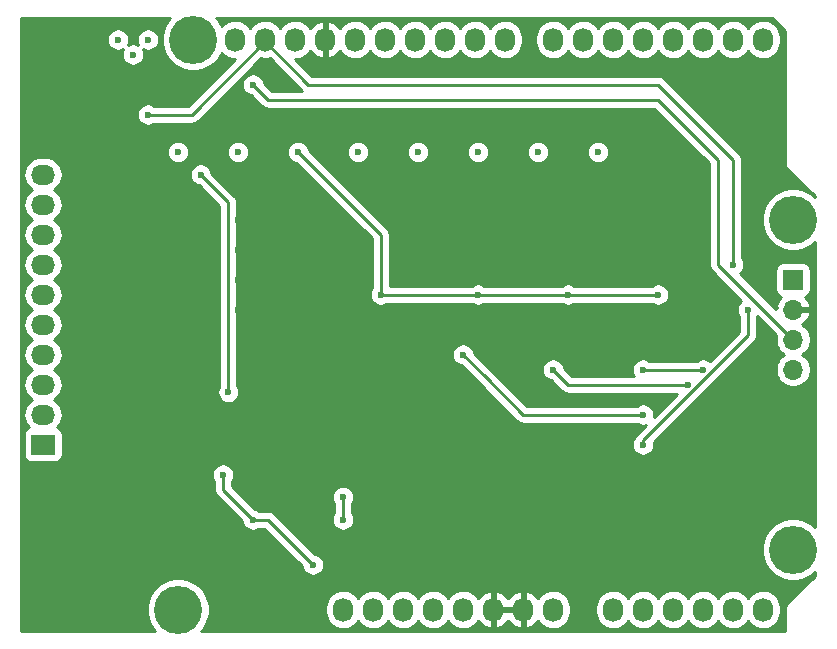
<source format=gbr>
G04 #@! TF.GenerationSoftware,KiCad,Pcbnew,5.1.5+dfsg1-2*
G04 #@! TF.CreationDate,2019-12-04T16:26:49+01:00*
G04 #@! TF.ProjectId,KiCad_Shield,4b694361-645f-4536-9869-656c642e6b69,rev?*
G04 #@! TF.SameCoordinates,Original*
G04 #@! TF.FileFunction,Copper,L2,Bot*
G04 #@! TF.FilePolarity,Positive*
%FSLAX46Y46*%
G04 Gerber Fmt 4.6, Leading zero omitted, Abs format (unit mm)*
G04 Created by KiCad (PCBNEW 5.1.5+dfsg1-2) date 2019-12-04 16:26:49*
%MOMM*%
%LPD*%
G04 APERTURE LIST*
%ADD10O,1.727200X2.032000*%
%ADD11C,4.064000*%
%ADD12R,2.032000X1.727200*%
%ADD13O,2.032000X1.727200*%
%ADD14R,1.700000X1.700000*%
%ADD15O,1.700000X1.700000*%
%ADD16C,0.600000*%
%ADD17C,0.250000*%
%ADD18C,0.254000*%
G04 APERTURE END LIST*
D10*
X138938000Y-123825000D03*
X141478000Y-123825000D03*
X144018000Y-123825000D03*
X146558000Y-123825000D03*
X149098000Y-123825000D03*
X151638000Y-123825000D03*
X154178000Y-123825000D03*
X156718000Y-123825000D03*
X161798000Y-123825000D03*
X164338000Y-123825000D03*
X166878000Y-123825000D03*
X169418000Y-123825000D03*
X171958000Y-123825000D03*
X174498000Y-123825000D03*
X129794000Y-75565000D03*
X132334000Y-75565000D03*
X134874000Y-75565000D03*
X137414000Y-75565000D03*
X139954000Y-75565000D03*
X142494000Y-75565000D03*
X145034000Y-75565000D03*
X147574000Y-75565000D03*
X150114000Y-75565000D03*
X152654000Y-75565000D03*
X156718000Y-75565000D03*
X159258000Y-75565000D03*
X161798000Y-75565000D03*
X164338000Y-75565000D03*
X166878000Y-75565000D03*
X169418000Y-75565000D03*
X171958000Y-75565000D03*
X174498000Y-75565000D03*
D11*
X124968000Y-123825000D03*
X177038000Y-118745000D03*
X126238000Y-75565000D03*
X177038000Y-90805000D03*
D12*
X113538000Y-109855000D03*
D13*
X113538000Y-107315000D03*
X113538000Y-104775000D03*
X113538000Y-102235000D03*
X113538000Y-99695000D03*
X113538000Y-97155000D03*
X113538000Y-94615000D03*
X113538000Y-92075000D03*
X113538000Y-89535000D03*
X113538000Y-86995000D03*
D14*
X177038000Y-95885000D03*
D15*
X177038000Y-98425000D03*
X177038000Y-100965000D03*
X177038000Y-103505000D03*
D16*
X135128000Y-85090000D03*
X165608000Y-97155000D03*
X160528000Y-85090000D03*
X155448000Y-85090000D03*
X150368000Y-85090000D03*
X145288000Y-85090000D03*
X140208000Y-85090000D03*
X130048000Y-85090000D03*
X124968000Y-85090000D03*
X142113000Y-97155000D03*
X157988000Y-97155000D03*
X150368000Y-97155000D03*
X122428000Y-75565000D03*
X121158000Y-76835000D03*
X119888000Y-75565000D03*
X163068000Y-85090000D03*
X157988000Y-85090000D03*
X152908000Y-85090000D03*
X147828000Y-85090000D03*
X142748000Y-85090000D03*
X137668000Y-85090000D03*
X132588000Y-85090000D03*
X127508000Y-85090000D03*
X126873000Y-89535000D03*
X150368000Y-99695000D03*
X142113000Y-99695000D03*
X114808000Y-75565000D03*
X114808000Y-83185000D03*
X168148000Y-116205000D03*
X170688000Y-116205000D03*
X173228000Y-116205000D03*
X175768000Y-116205000D03*
X130048000Y-98425000D03*
X130048000Y-95885000D03*
X130048000Y-93345000D03*
X130048000Y-90805000D03*
X136398000Y-109855000D03*
X130048000Y-107315000D03*
X133858000Y-111125000D03*
X126873000Y-108585000D03*
X142113000Y-106045000D03*
X148463000Y-108585000D03*
X122428000Y-81915000D03*
X171958000Y-94615000D03*
X131318000Y-79375000D03*
X164338000Y-107315000D03*
X149098000Y-102235000D03*
X168148000Y-104775000D03*
X156718000Y-103505000D03*
X169418000Y-103505000D03*
X164338000Y-103505000D03*
X173228000Y-98425000D03*
X164338000Y-109855000D03*
X126873000Y-86995000D03*
X129228010Y-105400000D03*
X131318000Y-116205000D03*
X128778000Y-112395000D03*
X136398000Y-120015000D03*
X138938000Y-116205000D03*
X138938000Y-114300000D03*
D17*
X142113000Y-97155000D02*
X142113000Y-92075000D01*
X142113000Y-92075000D02*
X135128000Y-85090000D01*
X157988000Y-97155000D02*
X165608000Y-97155000D01*
X157988000Y-97155000D02*
X150368000Y-97155000D01*
X150368000Y-97155000D02*
X142113000Y-97155000D01*
X126136400Y-81915000D02*
X132334000Y-75717400D01*
X122428000Y-81915000D02*
X126136400Y-81915000D01*
X132334000Y-75717400D02*
X132334000Y-75565000D01*
X135991600Y-79375000D02*
X132334000Y-75717400D01*
X159258000Y-79375000D02*
X135991600Y-79375000D01*
X159428000Y-79375000D02*
X159258000Y-79375000D01*
X159258000Y-79375000D02*
X165608000Y-79375000D01*
X171958000Y-85725000D02*
X171958000Y-92075000D01*
X165608000Y-79375000D02*
X171958000Y-85725000D01*
X171958000Y-92075000D02*
X171958000Y-94615000D01*
X170688000Y-85725000D02*
X170688000Y-94615000D01*
X165608000Y-80645000D02*
X170688000Y-85725000D01*
X170688000Y-94615000D02*
X177038000Y-100965000D01*
X131318000Y-79375000D02*
X132588000Y-80645000D01*
X132588000Y-80645000D02*
X165608000Y-80645000D01*
X151012999Y-104149999D02*
X149098000Y-102235000D01*
X164338000Y-107315000D02*
X154178000Y-107315000D01*
X154178000Y-107315000D02*
X151012999Y-104149999D01*
X157988000Y-104775000D02*
X156718000Y-103505000D01*
X168148000Y-104775000D02*
X157988000Y-104775000D01*
X169418000Y-103505000D02*
X164338000Y-103505000D01*
X146558000Y-123825000D02*
X146558000Y-123672600D01*
X173228000Y-100620002D02*
X164338000Y-109510002D01*
X173228000Y-98425000D02*
X173228000Y-100620002D01*
X164338000Y-109510002D02*
X164338000Y-109855000D01*
X129228010Y-89350010D02*
X126873000Y-86995000D01*
X129228010Y-105400000D02*
X129228010Y-89350010D01*
X131318000Y-116205000D02*
X128778000Y-113665000D01*
X128778000Y-113665000D02*
X128778000Y-112395000D01*
X132588000Y-116205000D02*
X131318000Y-116205000D01*
X136398000Y-120015000D02*
X132588000Y-116205000D01*
X138938000Y-116205000D02*
X138938000Y-114300000D01*
D18*
G36*
X124166406Y-73864887D02*
G01*
X123874536Y-74301702D01*
X123673492Y-74787065D01*
X123571000Y-75302323D01*
X123571000Y-75827677D01*
X123673492Y-76342935D01*
X123874536Y-76828298D01*
X124166406Y-77265113D01*
X124537887Y-77636594D01*
X124974702Y-77928464D01*
X125460065Y-78129508D01*
X125975323Y-78232000D01*
X126500677Y-78232000D01*
X127015935Y-78129508D01*
X127501298Y-77928464D01*
X127938113Y-77636594D01*
X128309594Y-77265113D01*
X128601464Y-76828298D01*
X128657001Y-76694219D01*
X128729203Y-76782197D01*
X128957395Y-76969469D01*
X129217737Y-77108625D01*
X129500224Y-77194316D01*
X129756992Y-77219606D01*
X125821599Y-81155000D01*
X122973535Y-81155000D01*
X122870889Y-81086414D01*
X122700729Y-81015932D01*
X122520089Y-80980000D01*
X122335911Y-80980000D01*
X122155271Y-81015932D01*
X121985111Y-81086414D01*
X121831972Y-81188738D01*
X121701738Y-81318972D01*
X121599414Y-81472111D01*
X121528932Y-81642271D01*
X121493000Y-81822911D01*
X121493000Y-82007089D01*
X121528932Y-82187729D01*
X121599414Y-82357889D01*
X121701738Y-82511028D01*
X121831972Y-82641262D01*
X121985111Y-82743586D01*
X122155271Y-82814068D01*
X122335911Y-82850000D01*
X122520089Y-82850000D01*
X122700729Y-82814068D01*
X122870889Y-82743586D01*
X122973535Y-82675000D01*
X126099078Y-82675000D01*
X126136400Y-82678676D01*
X126173722Y-82675000D01*
X126173733Y-82675000D01*
X126285386Y-82664003D01*
X126428647Y-82620546D01*
X126560676Y-82549974D01*
X126676401Y-82455001D01*
X126700204Y-82425997D01*
X131957101Y-77169101D01*
X132040224Y-77194316D01*
X132334000Y-77223251D01*
X132627777Y-77194316D01*
X132710900Y-77169101D01*
X135426798Y-79885000D01*
X132902802Y-79885000D01*
X132241153Y-79223351D01*
X132217068Y-79102271D01*
X132146586Y-78932111D01*
X132044262Y-78778972D01*
X131914028Y-78648738D01*
X131760889Y-78546414D01*
X131590729Y-78475932D01*
X131410089Y-78440000D01*
X131225911Y-78440000D01*
X131045271Y-78475932D01*
X130875111Y-78546414D01*
X130721972Y-78648738D01*
X130591738Y-78778972D01*
X130489414Y-78932111D01*
X130418932Y-79102271D01*
X130383000Y-79282911D01*
X130383000Y-79467089D01*
X130418932Y-79647729D01*
X130489414Y-79817889D01*
X130591738Y-79971028D01*
X130721972Y-80101262D01*
X130875111Y-80203586D01*
X131045271Y-80274068D01*
X131166351Y-80298153D01*
X132024200Y-81156002D01*
X132047999Y-81185001D01*
X132163724Y-81279974D01*
X132295753Y-81350546D01*
X132439014Y-81394003D01*
X132550667Y-81405000D01*
X132550676Y-81405000D01*
X132587999Y-81408676D01*
X132625322Y-81405000D01*
X165293199Y-81405000D01*
X169928000Y-86039802D01*
X169928001Y-94577668D01*
X169924324Y-94615000D01*
X169938998Y-94763985D01*
X169982454Y-94907246D01*
X170053026Y-95039276D01*
X170124201Y-95126002D01*
X170148000Y-95155001D01*
X170176998Y-95178799D01*
X172670915Y-97672717D01*
X172631972Y-97698738D01*
X172501738Y-97828972D01*
X172399414Y-97982111D01*
X172328932Y-98152271D01*
X172293000Y-98332911D01*
X172293000Y-98517089D01*
X172328932Y-98697729D01*
X172399414Y-98867889D01*
X172468000Y-98970536D01*
X172468001Y-100305199D01*
X170002299Y-102770901D01*
X169860889Y-102676414D01*
X169690729Y-102605932D01*
X169510089Y-102570000D01*
X169325911Y-102570000D01*
X169145271Y-102605932D01*
X168975111Y-102676414D01*
X168872465Y-102745000D01*
X164883535Y-102745000D01*
X164780889Y-102676414D01*
X164610729Y-102605932D01*
X164430089Y-102570000D01*
X164245911Y-102570000D01*
X164065271Y-102605932D01*
X163895111Y-102676414D01*
X163741972Y-102778738D01*
X163611738Y-102908972D01*
X163509414Y-103062111D01*
X163438932Y-103232271D01*
X163403000Y-103412911D01*
X163403000Y-103597089D01*
X163438932Y-103777729D01*
X163509414Y-103947889D01*
X163554256Y-104015000D01*
X158302802Y-104015000D01*
X157641153Y-103353351D01*
X157617068Y-103232271D01*
X157546586Y-103062111D01*
X157444262Y-102908972D01*
X157314028Y-102778738D01*
X157160889Y-102676414D01*
X156990729Y-102605932D01*
X156810089Y-102570000D01*
X156625911Y-102570000D01*
X156445271Y-102605932D01*
X156275111Y-102676414D01*
X156121972Y-102778738D01*
X155991738Y-102908972D01*
X155889414Y-103062111D01*
X155818932Y-103232271D01*
X155783000Y-103412911D01*
X155783000Y-103597089D01*
X155818932Y-103777729D01*
X155889414Y-103947889D01*
X155991738Y-104101028D01*
X156121972Y-104231262D01*
X156275111Y-104333586D01*
X156445271Y-104404068D01*
X156566351Y-104428153D01*
X157424201Y-105286003D01*
X157447999Y-105315001D01*
X157563724Y-105409974D01*
X157695753Y-105480546D01*
X157839014Y-105524003D01*
X157950667Y-105535000D01*
X157950676Y-105535000D01*
X157987999Y-105538676D01*
X158025322Y-105535000D01*
X167238201Y-105535000D01*
X165249880Y-107523321D01*
X165273000Y-107407089D01*
X165273000Y-107222911D01*
X165237068Y-107042271D01*
X165166586Y-106872111D01*
X165064262Y-106718972D01*
X164934028Y-106588738D01*
X164780889Y-106486414D01*
X164610729Y-106415932D01*
X164430089Y-106380000D01*
X164245911Y-106380000D01*
X164065271Y-106415932D01*
X163895111Y-106486414D01*
X163792465Y-106555000D01*
X154492802Y-106555000D01*
X151576798Y-103638996D01*
X150021153Y-102083352D01*
X149997068Y-101962271D01*
X149926586Y-101792111D01*
X149824262Y-101638972D01*
X149694028Y-101508738D01*
X149540889Y-101406414D01*
X149370729Y-101335932D01*
X149190089Y-101300000D01*
X149005911Y-101300000D01*
X148825271Y-101335932D01*
X148655111Y-101406414D01*
X148501972Y-101508738D01*
X148371738Y-101638972D01*
X148269414Y-101792111D01*
X148198932Y-101962271D01*
X148163000Y-102142911D01*
X148163000Y-102327089D01*
X148198932Y-102507729D01*
X148269414Y-102677889D01*
X148371738Y-102831028D01*
X148501972Y-102961262D01*
X148655111Y-103063586D01*
X148825271Y-103134068D01*
X148946352Y-103158153D01*
X150501996Y-104713798D01*
X153614201Y-107826003D01*
X153637999Y-107855001D01*
X153753724Y-107949974D01*
X153885753Y-108020546D01*
X154029014Y-108064003D01*
X154140667Y-108075000D01*
X154140676Y-108075000D01*
X154177999Y-108078676D01*
X154215322Y-108075000D01*
X163792465Y-108075000D01*
X163895111Y-108143586D01*
X164065271Y-108214068D01*
X164245911Y-108250000D01*
X164430089Y-108250000D01*
X164546321Y-108226880D01*
X163827003Y-108946198D01*
X163797999Y-108970001D01*
X163742871Y-109037176D01*
X163703026Y-109085726D01*
X163632455Y-109217755D01*
X163632454Y-109217756D01*
X163623528Y-109247182D01*
X163611738Y-109258972D01*
X163509414Y-109412111D01*
X163438932Y-109582271D01*
X163403000Y-109762911D01*
X163403000Y-109947089D01*
X163438932Y-110127729D01*
X163509414Y-110297889D01*
X163611738Y-110451028D01*
X163741972Y-110581262D01*
X163895111Y-110683586D01*
X164065271Y-110754068D01*
X164245911Y-110790000D01*
X164430089Y-110790000D01*
X164610729Y-110754068D01*
X164780889Y-110683586D01*
X164934028Y-110581262D01*
X165064262Y-110451028D01*
X165166586Y-110297889D01*
X165237068Y-110127729D01*
X165273000Y-109947089D01*
X165273000Y-109762911D01*
X165254234Y-109668569D01*
X173739003Y-101183801D01*
X173768001Y-101160003D01*
X173862974Y-101044278D01*
X173933546Y-100912249D01*
X173977003Y-100768988D01*
X173988000Y-100657335D01*
X173991677Y-100620002D01*
X173988000Y-100582669D01*
X173988000Y-98989802D01*
X175596790Y-100598592D01*
X175553000Y-100818740D01*
X175553000Y-101111260D01*
X175610068Y-101398158D01*
X175722010Y-101668411D01*
X175884525Y-101911632D01*
X176091368Y-102118475D01*
X176265760Y-102235000D01*
X176091368Y-102351525D01*
X175884525Y-102558368D01*
X175722010Y-102801589D01*
X175610068Y-103071842D01*
X175553000Y-103358740D01*
X175553000Y-103651260D01*
X175610068Y-103938158D01*
X175722010Y-104208411D01*
X175884525Y-104451632D01*
X176091368Y-104658475D01*
X176334589Y-104820990D01*
X176604842Y-104932932D01*
X176891740Y-104990000D01*
X177184260Y-104990000D01*
X177471158Y-104932932D01*
X177741411Y-104820990D01*
X177984632Y-104658475D01*
X178191475Y-104451632D01*
X178353990Y-104208411D01*
X178465932Y-103938158D01*
X178523000Y-103651260D01*
X178523000Y-103358740D01*
X178465932Y-103071842D01*
X178353990Y-102801589D01*
X178191475Y-102558368D01*
X177984632Y-102351525D01*
X177810240Y-102235000D01*
X177984632Y-102118475D01*
X178191475Y-101911632D01*
X178353990Y-101668411D01*
X178465932Y-101398158D01*
X178523000Y-101111260D01*
X178523000Y-100818740D01*
X178465932Y-100531842D01*
X178353990Y-100261589D01*
X178191475Y-100018368D01*
X177984632Y-99811525D01*
X177802466Y-99689805D01*
X177919355Y-99620178D01*
X178135588Y-99425269D01*
X178309641Y-99191920D01*
X178434825Y-98929099D01*
X178479476Y-98781890D01*
X178358155Y-98552000D01*
X177165000Y-98552000D01*
X177165000Y-98572000D01*
X176911000Y-98572000D01*
X176911000Y-98552000D01*
X176891000Y-98552000D01*
X176891000Y-98298000D01*
X176911000Y-98298000D01*
X176911000Y-98278000D01*
X177165000Y-98278000D01*
X177165000Y-98298000D01*
X178358155Y-98298000D01*
X178479476Y-98068110D01*
X178434825Y-97920901D01*
X178309641Y-97658080D01*
X178135588Y-97424731D01*
X178051534Y-97348966D01*
X178132180Y-97324502D01*
X178242494Y-97265537D01*
X178339185Y-97186185D01*
X178418537Y-97089494D01*
X178477502Y-96979180D01*
X178513812Y-96859482D01*
X178526072Y-96735000D01*
X178526072Y-95035000D01*
X178513812Y-94910518D01*
X178477502Y-94790820D01*
X178418537Y-94680506D01*
X178339185Y-94583815D01*
X178242494Y-94504463D01*
X178132180Y-94445498D01*
X178012482Y-94409188D01*
X177888000Y-94396928D01*
X176188000Y-94396928D01*
X176063518Y-94409188D01*
X175943820Y-94445498D01*
X175833506Y-94504463D01*
X175736815Y-94583815D01*
X175657463Y-94680506D01*
X175598498Y-94790820D01*
X175562188Y-94910518D01*
X175549928Y-95035000D01*
X175549928Y-96735000D01*
X175562188Y-96859482D01*
X175598498Y-96979180D01*
X175657463Y-97089494D01*
X175736815Y-97186185D01*
X175833506Y-97265537D01*
X175943820Y-97324502D01*
X176024466Y-97348966D01*
X175940412Y-97424731D01*
X175766359Y-97658080D01*
X175641175Y-97920901D01*
X175596524Y-98068110D01*
X175717844Y-98297998D01*
X175553000Y-98297998D01*
X175553000Y-98405198D01*
X172515084Y-95367283D01*
X172554028Y-95341262D01*
X172684262Y-95211028D01*
X172786586Y-95057889D01*
X172857068Y-94887729D01*
X172893000Y-94707089D01*
X172893000Y-94522911D01*
X172857068Y-94342271D01*
X172786586Y-94172111D01*
X172718000Y-94069465D01*
X172718000Y-85762322D01*
X172721676Y-85724999D01*
X172718000Y-85687676D01*
X172718000Y-85687667D01*
X172707003Y-85576014D01*
X172663546Y-85432753D01*
X172592975Y-85300725D01*
X172592974Y-85300723D01*
X172521799Y-85213997D01*
X172498001Y-85184999D01*
X172469004Y-85161202D01*
X166171804Y-78864003D01*
X166148001Y-78834999D01*
X166032276Y-78740026D01*
X165900247Y-78669454D01*
X165756986Y-78625997D01*
X165645333Y-78615000D01*
X165645322Y-78615000D01*
X165608000Y-78611324D01*
X165570678Y-78615000D01*
X136306402Y-78615000D01*
X134911008Y-77219606D01*
X135167777Y-77194316D01*
X135450264Y-77108625D01*
X135710606Y-76969469D01*
X135938797Y-76782197D01*
X136126069Y-76554006D01*
X136147424Y-76514053D01*
X136295514Y-76716729D01*
X136511965Y-76915733D01*
X136763081Y-77068686D01*
X137039211Y-77169709D01*
X137054974Y-77172358D01*
X137287000Y-77051217D01*
X137287000Y-75692000D01*
X137267000Y-75692000D01*
X137267000Y-75438000D01*
X137287000Y-75438000D01*
X137287000Y-74078783D01*
X137541000Y-74078783D01*
X137541000Y-75438000D01*
X137561000Y-75438000D01*
X137561000Y-75692000D01*
X137541000Y-75692000D01*
X137541000Y-77051217D01*
X137773026Y-77172358D01*
X137788789Y-77169709D01*
X138064919Y-77068686D01*
X138316035Y-76915733D01*
X138532486Y-76716729D01*
X138680576Y-76514053D01*
X138701931Y-76554006D01*
X138889203Y-76782197D01*
X139117395Y-76969469D01*
X139377737Y-77108625D01*
X139660224Y-77194316D01*
X139954000Y-77223251D01*
X140247777Y-77194316D01*
X140530264Y-77108625D01*
X140790606Y-76969469D01*
X141018797Y-76782197D01*
X141206069Y-76554006D01*
X141224000Y-76520459D01*
X141241931Y-76554006D01*
X141429203Y-76782197D01*
X141657395Y-76969469D01*
X141917737Y-77108625D01*
X142200224Y-77194316D01*
X142494000Y-77223251D01*
X142787777Y-77194316D01*
X143070264Y-77108625D01*
X143330606Y-76969469D01*
X143558797Y-76782197D01*
X143746069Y-76554006D01*
X143764000Y-76520459D01*
X143781931Y-76554006D01*
X143969203Y-76782197D01*
X144197395Y-76969469D01*
X144457737Y-77108625D01*
X144740224Y-77194316D01*
X145034000Y-77223251D01*
X145327777Y-77194316D01*
X145610264Y-77108625D01*
X145870606Y-76969469D01*
X146098797Y-76782197D01*
X146286069Y-76554006D01*
X146304000Y-76520459D01*
X146321931Y-76554006D01*
X146509203Y-76782197D01*
X146737395Y-76969469D01*
X146997737Y-77108625D01*
X147280224Y-77194316D01*
X147574000Y-77223251D01*
X147867777Y-77194316D01*
X148150264Y-77108625D01*
X148410606Y-76969469D01*
X148638797Y-76782197D01*
X148826069Y-76554006D01*
X148844000Y-76520459D01*
X148861931Y-76554006D01*
X149049203Y-76782197D01*
X149277395Y-76969469D01*
X149537737Y-77108625D01*
X149820224Y-77194316D01*
X150114000Y-77223251D01*
X150407777Y-77194316D01*
X150690264Y-77108625D01*
X150950606Y-76969469D01*
X151178797Y-76782197D01*
X151366069Y-76554006D01*
X151384000Y-76520459D01*
X151401931Y-76554006D01*
X151589203Y-76782197D01*
X151817395Y-76969469D01*
X152077737Y-77108625D01*
X152360224Y-77194316D01*
X152654000Y-77223251D01*
X152947777Y-77194316D01*
X153230264Y-77108625D01*
X153490606Y-76969469D01*
X153718797Y-76782197D01*
X153906069Y-76554006D01*
X154045225Y-76293663D01*
X154130916Y-76011176D01*
X154152600Y-75791018D01*
X154152600Y-75338982D01*
X155219400Y-75338982D01*
X155219400Y-75791019D01*
X155241084Y-76011177D01*
X155326775Y-76293664D01*
X155465931Y-76554006D01*
X155653203Y-76782197D01*
X155881395Y-76969469D01*
X156141737Y-77108625D01*
X156424224Y-77194316D01*
X156718000Y-77223251D01*
X157011777Y-77194316D01*
X157294264Y-77108625D01*
X157554606Y-76969469D01*
X157782797Y-76782197D01*
X157970069Y-76554006D01*
X157988000Y-76520459D01*
X158005931Y-76554006D01*
X158193203Y-76782197D01*
X158421395Y-76969469D01*
X158681737Y-77108625D01*
X158964224Y-77194316D01*
X159258000Y-77223251D01*
X159551777Y-77194316D01*
X159834264Y-77108625D01*
X160094606Y-76969469D01*
X160322797Y-76782197D01*
X160510069Y-76554006D01*
X160528000Y-76520459D01*
X160545931Y-76554006D01*
X160733203Y-76782197D01*
X160961395Y-76969469D01*
X161221737Y-77108625D01*
X161504224Y-77194316D01*
X161798000Y-77223251D01*
X162091777Y-77194316D01*
X162374264Y-77108625D01*
X162634606Y-76969469D01*
X162862797Y-76782197D01*
X163050069Y-76554006D01*
X163068000Y-76520459D01*
X163085931Y-76554006D01*
X163273203Y-76782197D01*
X163501395Y-76969469D01*
X163761737Y-77108625D01*
X164044224Y-77194316D01*
X164338000Y-77223251D01*
X164631777Y-77194316D01*
X164914264Y-77108625D01*
X165174606Y-76969469D01*
X165402797Y-76782197D01*
X165590069Y-76554006D01*
X165608000Y-76520459D01*
X165625931Y-76554006D01*
X165813203Y-76782197D01*
X166041395Y-76969469D01*
X166301737Y-77108625D01*
X166584224Y-77194316D01*
X166878000Y-77223251D01*
X167171777Y-77194316D01*
X167454264Y-77108625D01*
X167714606Y-76969469D01*
X167942797Y-76782197D01*
X168130069Y-76554006D01*
X168148000Y-76520459D01*
X168165931Y-76554006D01*
X168353203Y-76782197D01*
X168581395Y-76969469D01*
X168841737Y-77108625D01*
X169124224Y-77194316D01*
X169418000Y-77223251D01*
X169711777Y-77194316D01*
X169994264Y-77108625D01*
X170254606Y-76969469D01*
X170482797Y-76782197D01*
X170670069Y-76554006D01*
X170688000Y-76520459D01*
X170705931Y-76554006D01*
X170893203Y-76782197D01*
X171121395Y-76969469D01*
X171381737Y-77108625D01*
X171664224Y-77194316D01*
X171958000Y-77223251D01*
X172251777Y-77194316D01*
X172534264Y-77108625D01*
X172794606Y-76969469D01*
X173022797Y-76782197D01*
X173210069Y-76554006D01*
X173228000Y-76520459D01*
X173245931Y-76554006D01*
X173433203Y-76782197D01*
X173661395Y-76969469D01*
X173921737Y-77108625D01*
X174204224Y-77194316D01*
X174498000Y-77223251D01*
X174791777Y-77194316D01*
X175074264Y-77108625D01*
X175334606Y-76969469D01*
X175562797Y-76782197D01*
X175750069Y-76554006D01*
X175889225Y-76293663D01*
X175974916Y-76011176D01*
X175996600Y-75791018D01*
X175996600Y-75338981D01*
X175974916Y-75118823D01*
X175889225Y-74836336D01*
X175750069Y-74575994D01*
X175562797Y-74347803D01*
X175334605Y-74160531D01*
X175074263Y-74021375D01*
X174791776Y-73935684D01*
X174498000Y-73906749D01*
X174204223Y-73935684D01*
X173921736Y-74021375D01*
X173661394Y-74160531D01*
X173433203Y-74347803D01*
X173245931Y-74575995D01*
X173228000Y-74609541D01*
X173210069Y-74575994D01*
X173022797Y-74347803D01*
X172794605Y-74160531D01*
X172534263Y-74021375D01*
X172251776Y-73935684D01*
X171958000Y-73906749D01*
X171664223Y-73935684D01*
X171381736Y-74021375D01*
X171121394Y-74160531D01*
X170893203Y-74347803D01*
X170705931Y-74575995D01*
X170688000Y-74609541D01*
X170670069Y-74575994D01*
X170482797Y-74347803D01*
X170254605Y-74160531D01*
X169994263Y-74021375D01*
X169711776Y-73935684D01*
X169418000Y-73906749D01*
X169124223Y-73935684D01*
X168841736Y-74021375D01*
X168581394Y-74160531D01*
X168353203Y-74347803D01*
X168165931Y-74575995D01*
X168148000Y-74609541D01*
X168130069Y-74575994D01*
X167942797Y-74347803D01*
X167714605Y-74160531D01*
X167454263Y-74021375D01*
X167171776Y-73935684D01*
X166878000Y-73906749D01*
X166584223Y-73935684D01*
X166301736Y-74021375D01*
X166041394Y-74160531D01*
X165813203Y-74347803D01*
X165625931Y-74575995D01*
X165608000Y-74609541D01*
X165590069Y-74575994D01*
X165402797Y-74347803D01*
X165174605Y-74160531D01*
X164914263Y-74021375D01*
X164631776Y-73935684D01*
X164338000Y-73906749D01*
X164044223Y-73935684D01*
X163761736Y-74021375D01*
X163501394Y-74160531D01*
X163273203Y-74347803D01*
X163085931Y-74575995D01*
X163068000Y-74609541D01*
X163050069Y-74575994D01*
X162862797Y-74347803D01*
X162634605Y-74160531D01*
X162374263Y-74021375D01*
X162091776Y-73935684D01*
X161798000Y-73906749D01*
X161504223Y-73935684D01*
X161221736Y-74021375D01*
X160961394Y-74160531D01*
X160733203Y-74347803D01*
X160545931Y-74575995D01*
X160528000Y-74609541D01*
X160510069Y-74575994D01*
X160322797Y-74347803D01*
X160094605Y-74160531D01*
X159834263Y-74021375D01*
X159551776Y-73935684D01*
X159258000Y-73906749D01*
X158964223Y-73935684D01*
X158681736Y-74021375D01*
X158421394Y-74160531D01*
X158193203Y-74347803D01*
X158005931Y-74575995D01*
X157988000Y-74609541D01*
X157970069Y-74575994D01*
X157782797Y-74347803D01*
X157554605Y-74160531D01*
X157294263Y-74021375D01*
X157011776Y-73935684D01*
X156718000Y-73906749D01*
X156424223Y-73935684D01*
X156141736Y-74021375D01*
X155881394Y-74160531D01*
X155653203Y-74347803D01*
X155465931Y-74575995D01*
X155326775Y-74836337D01*
X155241084Y-75118824D01*
X155219400Y-75338982D01*
X154152600Y-75338982D01*
X154152600Y-75338981D01*
X154130916Y-75118823D01*
X154045225Y-74836336D01*
X153906069Y-74575994D01*
X153718797Y-74347803D01*
X153490605Y-74160531D01*
X153230263Y-74021375D01*
X152947776Y-73935684D01*
X152654000Y-73906749D01*
X152360223Y-73935684D01*
X152077736Y-74021375D01*
X151817394Y-74160531D01*
X151589203Y-74347803D01*
X151401931Y-74575995D01*
X151384000Y-74609541D01*
X151366069Y-74575994D01*
X151178797Y-74347803D01*
X150950605Y-74160531D01*
X150690263Y-74021375D01*
X150407776Y-73935684D01*
X150114000Y-73906749D01*
X149820223Y-73935684D01*
X149537736Y-74021375D01*
X149277394Y-74160531D01*
X149049203Y-74347803D01*
X148861931Y-74575995D01*
X148844000Y-74609541D01*
X148826069Y-74575994D01*
X148638797Y-74347803D01*
X148410605Y-74160531D01*
X148150263Y-74021375D01*
X147867776Y-73935684D01*
X147574000Y-73906749D01*
X147280223Y-73935684D01*
X146997736Y-74021375D01*
X146737394Y-74160531D01*
X146509203Y-74347803D01*
X146321931Y-74575995D01*
X146304000Y-74609541D01*
X146286069Y-74575994D01*
X146098797Y-74347803D01*
X145870605Y-74160531D01*
X145610263Y-74021375D01*
X145327776Y-73935684D01*
X145034000Y-73906749D01*
X144740223Y-73935684D01*
X144457736Y-74021375D01*
X144197394Y-74160531D01*
X143969203Y-74347803D01*
X143781931Y-74575995D01*
X143764000Y-74609541D01*
X143746069Y-74575994D01*
X143558797Y-74347803D01*
X143330605Y-74160531D01*
X143070263Y-74021375D01*
X142787776Y-73935684D01*
X142494000Y-73906749D01*
X142200223Y-73935684D01*
X141917736Y-74021375D01*
X141657394Y-74160531D01*
X141429203Y-74347803D01*
X141241931Y-74575995D01*
X141224000Y-74609541D01*
X141206069Y-74575994D01*
X141018797Y-74347803D01*
X140790605Y-74160531D01*
X140530263Y-74021375D01*
X140247776Y-73935684D01*
X139954000Y-73906749D01*
X139660223Y-73935684D01*
X139377736Y-74021375D01*
X139117394Y-74160531D01*
X138889203Y-74347803D01*
X138701931Y-74575995D01*
X138680576Y-74615947D01*
X138532486Y-74413271D01*
X138316035Y-74214267D01*
X138064919Y-74061314D01*
X137788789Y-73960291D01*
X137773026Y-73957642D01*
X137541000Y-74078783D01*
X137287000Y-74078783D01*
X137054974Y-73957642D01*
X137039211Y-73960291D01*
X136763081Y-74061314D01*
X136511965Y-74214267D01*
X136295514Y-74413271D01*
X136147424Y-74615947D01*
X136126069Y-74575994D01*
X135938797Y-74347803D01*
X135710605Y-74160531D01*
X135450263Y-74021375D01*
X135167776Y-73935684D01*
X134874000Y-73906749D01*
X134580223Y-73935684D01*
X134297736Y-74021375D01*
X134037394Y-74160531D01*
X133809203Y-74347803D01*
X133621931Y-74575995D01*
X133604000Y-74609541D01*
X133586069Y-74575994D01*
X133398797Y-74347803D01*
X133170605Y-74160531D01*
X132910263Y-74021375D01*
X132627776Y-73935684D01*
X132334000Y-73906749D01*
X132040223Y-73935684D01*
X131757736Y-74021375D01*
X131497394Y-74160531D01*
X131269203Y-74347803D01*
X131081931Y-74575995D01*
X131064000Y-74609541D01*
X131046069Y-74575994D01*
X130858797Y-74347803D01*
X130630605Y-74160531D01*
X130370263Y-74021375D01*
X130087776Y-73935684D01*
X129794000Y-73906749D01*
X129500223Y-73935684D01*
X129217736Y-74021375D01*
X128957394Y-74160531D01*
X128729203Y-74347803D01*
X128657001Y-74435781D01*
X128601464Y-74301702D01*
X128309594Y-73864887D01*
X128179707Y-73735000D01*
X175219909Y-73735000D01*
X176328001Y-74843093D01*
X176328000Y-85944125D01*
X176324565Y-85979000D01*
X176328000Y-86013875D01*
X176328000Y-86013876D01*
X176338273Y-86118183D01*
X176378872Y-86252019D01*
X176444800Y-86375362D01*
X176533525Y-86483474D01*
X176560617Y-86505708D01*
X178868001Y-88813093D01*
X178868001Y-88863294D01*
X178738113Y-88733406D01*
X178301298Y-88441536D01*
X177815935Y-88240492D01*
X177300677Y-88138000D01*
X176775323Y-88138000D01*
X176260065Y-88240492D01*
X175774702Y-88441536D01*
X175337887Y-88733406D01*
X174966406Y-89104887D01*
X174674536Y-89541702D01*
X174473492Y-90027065D01*
X174371000Y-90542323D01*
X174371000Y-91067677D01*
X174473492Y-91582935D01*
X174674536Y-92068298D01*
X174966406Y-92505113D01*
X175337887Y-92876594D01*
X175774702Y-93168464D01*
X176260065Y-93369508D01*
X176775323Y-93472000D01*
X177300677Y-93472000D01*
X177815935Y-93369508D01*
X178301298Y-93168464D01*
X178738113Y-92876594D01*
X178868001Y-92746706D01*
X178868000Y-116803293D01*
X178738113Y-116673406D01*
X178301298Y-116381536D01*
X177815935Y-116180492D01*
X177300677Y-116078000D01*
X176775323Y-116078000D01*
X176260065Y-116180492D01*
X175774702Y-116381536D01*
X175337887Y-116673406D01*
X174966406Y-117044887D01*
X174674536Y-117481702D01*
X174473492Y-117967065D01*
X174371000Y-118482323D01*
X174371000Y-119007677D01*
X174473492Y-119522935D01*
X174674536Y-120008298D01*
X174966406Y-120445113D01*
X175337887Y-120816594D01*
X175774702Y-121108464D01*
X176260065Y-121309508D01*
X176775323Y-121412000D01*
X177300677Y-121412000D01*
X177815935Y-121309508D01*
X178301298Y-121108464D01*
X178738113Y-120816594D01*
X178868000Y-120686707D01*
X178868000Y-120990908D01*
X176560617Y-123298292D01*
X176533526Y-123320525D01*
X176511293Y-123347616D01*
X176444801Y-123428637D01*
X176378872Y-123551981D01*
X176338274Y-123685816D01*
X176324565Y-123825000D01*
X176328001Y-123859885D01*
X176328000Y-125655000D01*
X126909707Y-125655000D01*
X127039594Y-125525113D01*
X127331464Y-125088298D01*
X127532508Y-124602935D01*
X127635000Y-124087677D01*
X127635000Y-123598982D01*
X137439400Y-123598982D01*
X137439400Y-124051019D01*
X137461084Y-124271177D01*
X137546775Y-124553664D01*
X137685931Y-124814006D01*
X137873203Y-125042197D01*
X138101395Y-125229469D01*
X138361737Y-125368625D01*
X138644224Y-125454316D01*
X138938000Y-125483251D01*
X139231777Y-125454316D01*
X139514264Y-125368625D01*
X139774606Y-125229469D01*
X140002797Y-125042197D01*
X140190069Y-124814006D01*
X140208000Y-124780459D01*
X140225931Y-124814006D01*
X140413203Y-125042197D01*
X140641395Y-125229469D01*
X140901737Y-125368625D01*
X141184224Y-125454316D01*
X141478000Y-125483251D01*
X141771777Y-125454316D01*
X142054264Y-125368625D01*
X142314606Y-125229469D01*
X142542797Y-125042197D01*
X142730069Y-124814006D01*
X142748000Y-124780459D01*
X142765931Y-124814006D01*
X142953203Y-125042197D01*
X143181395Y-125229469D01*
X143441737Y-125368625D01*
X143724224Y-125454316D01*
X144018000Y-125483251D01*
X144311777Y-125454316D01*
X144594264Y-125368625D01*
X144854606Y-125229469D01*
X145082797Y-125042197D01*
X145270069Y-124814006D01*
X145288000Y-124780459D01*
X145305931Y-124814006D01*
X145493203Y-125042197D01*
X145721395Y-125229469D01*
X145981737Y-125368625D01*
X146264224Y-125454316D01*
X146558000Y-125483251D01*
X146851777Y-125454316D01*
X147134264Y-125368625D01*
X147394606Y-125229469D01*
X147622797Y-125042197D01*
X147810069Y-124814006D01*
X147828000Y-124780459D01*
X147845931Y-124814006D01*
X148033203Y-125042197D01*
X148261395Y-125229469D01*
X148521737Y-125368625D01*
X148804224Y-125454316D01*
X149098000Y-125483251D01*
X149391777Y-125454316D01*
X149674264Y-125368625D01*
X149934606Y-125229469D01*
X150162797Y-125042197D01*
X150350069Y-124814006D01*
X150371424Y-124774053D01*
X150519514Y-124976729D01*
X150735965Y-125175733D01*
X150987081Y-125328686D01*
X151263211Y-125429709D01*
X151278974Y-125432358D01*
X151511000Y-125311217D01*
X151511000Y-123952000D01*
X151765000Y-123952000D01*
X151765000Y-125311217D01*
X151997026Y-125432358D01*
X152012789Y-125429709D01*
X152288919Y-125328686D01*
X152540035Y-125175733D01*
X152756486Y-124976729D01*
X152908000Y-124769367D01*
X153059514Y-124976729D01*
X153275965Y-125175733D01*
X153527081Y-125328686D01*
X153803211Y-125429709D01*
X153818974Y-125432358D01*
X154051000Y-125311217D01*
X154051000Y-123952000D01*
X151765000Y-123952000D01*
X151511000Y-123952000D01*
X151491000Y-123952000D01*
X151491000Y-123698000D01*
X151511000Y-123698000D01*
X151511000Y-122338783D01*
X151765000Y-122338783D01*
X151765000Y-123698000D01*
X154051000Y-123698000D01*
X154051000Y-122338783D01*
X154305000Y-122338783D01*
X154305000Y-123698000D01*
X154325000Y-123698000D01*
X154325000Y-123952000D01*
X154305000Y-123952000D01*
X154305000Y-125311217D01*
X154537026Y-125432358D01*
X154552789Y-125429709D01*
X154828919Y-125328686D01*
X155080035Y-125175733D01*
X155296486Y-124976729D01*
X155444576Y-124774053D01*
X155465931Y-124814006D01*
X155653203Y-125042197D01*
X155881395Y-125229469D01*
X156141737Y-125368625D01*
X156424224Y-125454316D01*
X156718000Y-125483251D01*
X157011777Y-125454316D01*
X157294264Y-125368625D01*
X157554606Y-125229469D01*
X157782797Y-125042197D01*
X157970069Y-124814006D01*
X158109225Y-124553663D01*
X158194916Y-124271176D01*
X158216600Y-124051018D01*
X158216600Y-123598982D01*
X160299400Y-123598982D01*
X160299400Y-124051019D01*
X160321084Y-124271177D01*
X160406775Y-124553664D01*
X160545931Y-124814006D01*
X160733203Y-125042197D01*
X160961395Y-125229469D01*
X161221737Y-125368625D01*
X161504224Y-125454316D01*
X161798000Y-125483251D01*
X162091777Y-125454316D01*
X162374264Y-125368625D01*
X162634606Y-125229469D01*
X162862797Y-125042197D01*
X163050069Y-124814006D01*
X163068000Y-124780459D01*
X163085931Y-124814006D01*
X163273203Y-125042197D01*
X163501395Y-125229469D01*
X163761737Y-125368625D01*
X164044224Y-125454316D01*
X164338000Y-125483251D01*
X164631777Y-125454316D01*
X164914264Y-125368625D01*
X165174606Y-125229469D01*
X165402797Y-125042197D01*
X165590069Y-124814006D01*
X165608000Y-124780459D01*
X165625931Y-124814006D01*
X165813203Y-125042197D01*
X166041395Y-125229469D01*
X166301737Y-125368625D01*
X166584224Y-125454316D01*
X166878000Y-125483251D01*
X167171777Y-125454316D01*
X167454264Y-125368625D01*
X167714606Y-125229469D01*
X167942797Y-125042197D01*
X168130069Y-124814006D01*
X168148000Y-124780459D01*
X168165931Y-124814006D01*
X168353203Y-125042197D01*
X168581395Y-125229469D01*
X168841737Y-125368625D01*
X169124224Y-125454316D01*
X169418000Y-125483251D01*
X169711777Y-125454316D01*
X169994264Y-125368625D01*
X170254606Y-125229469D01*
X170482797Y-125042197D01*
X170670069Y-124814006D01*
X170688000Y-124780459D01*
X170705931Y-124814006D01*
X170893203Y-125042197D01*
X171121395Y-125229469D01*
X171381737Y-125368625D01*
X171664224Y-125454316D01*
X171958000Y-125483251D01*
X172251777Y-125454316D01*
X172534264Y-125368625D01*
X172794606Y-125229469D01*
X173022797Y-125042197D01*
X173210069Y-124814006D01*
X173228000Y-124780459D01*
X173245931Y-124814006D01*
X173433203Y-125042197D01*
X173661395Y-125229469D01*
X173921737Y-125368625D01*
X174204224Y-125454316D01*
X174498000Y-125483251D01*
X174791777Y-125454316D01*
X175074264Y-125368625D01*
X175334606Y-125229469D01*
X175562797Y-125042197D01*
X175750069Y-124814006D01*
X175889225Y-124553663D01*
X175974916Y-124271176D01*
X175996600Y-124051018D01*
X175996600Y-123598981D01*
X175974916Y-123378823D01*
X175889225Y-123096336D01*
X175750069Y-122835994D01*
X175562797Y-122607803D01*
X175334605Y-122420531D01*
X175074263Y-122281375D01*
X174791776Y-122195684D01*
X174498000Y-122166749D01*
X174204223Y-122195684D01*
X173921736Y-122281375D01*
X173661394Y-122420531D01*
X173433203Y-122607803D01*
X173245931Y-122835995D01*
X173228000Y-122869541D01*
X173210069Y-122835994D01*
X173022797Y-122607803D01*
X172794605Y-122420531D01*
X172534263Y-122281375D01*
X172251776Y-122195684D01*
X171958000Y-122166749D01*
X171664223Y-122195684D01*
X171381736Y-122281375D01*
X171121394Y-122420531D01*
X170893203Y-122607803D01*
X170705931Y-122835995D01*
X170688000Y-122869541D01*
X170670069Y-122835994D01*
X170482797Y-122607803D01*
X170254605Y-122420531D01*
X169994263Y-122281375D01*
X169711776Y-122195684D01*
X169418000Y-122166749D01*
X169124223Y-122195684D01*
X168841736Y-122281375D01*
X168581394Y-122420531D01*
X168353203Y-122607803D01*
X168165931Y-122835995D01*
X168148000Y-122869541D01*
X168130069Y-122835994D01*
X167942797Y-122607803D01*
X167714605Y-122420531D01*
X167454263Y-122281375D01*
X167171776Y-122195684D01*
X166878000Y-122166749D01*
X166584223Y-122195684D01*
X166301736Y-122281375D01*
X166041394Y-122420531D01*
X165813203Y-122607803D01*
X165625931Y-122835995D01*
X165608000Y-122869541D01*
X165590069Y-122835994D01*
X165402797Y-122607803D01*
X165174605Y-122420531D01*
X164914263Y-122281375D01*
X164631776Y-122195684D01*
X164338000Y-122166749D01*
X164044223Y-122195684D01*
X163761736Y-122281375D01*
X163501394Y-122420531D01*
X163273203Y-122607803D01*
X163085931Y-122835995D01*
X163068000Y-122869541D01*
X163050069Y-122835994D01*
X162862797Y-122607803D01*
X162634605Y-122420531D01*
X162374263Y-122281375D01*
X162091776Y-122195684D01*
X161798000Y-122166749D01*
X161504223Y-122195684D01*
X161221736Y-122281375D01*
X160961394Y-122420531D01*
X160733203Y-122607803D01*
X160545931Y-122835995D01*
X160406775Y-123096337D01*
X160321084Y-123378824D01*
X160299400Y-123598982D01*
X158216600Y-123598982D01*
X158216600Y-123598981D01*
X158194916Y-123378823D01*
X158109225Y-123096336D01*
X157970069Y-122835994D01*
X157782797Y-122607803D01*
X157554605Y-122420531D01*
X157294263Y-122281375D01*
X157011776Y-122195684D01*
X156718000Y-122166749D01*
X156424223Y-122195684D01*
X156141736Y-122281375D01*
X155881394Y-122420531D01*
X155653203Y-122607803D01*
X155465931Y-122835995D01*
X155444576Y-122875947D01*
X155296486Y-122673271D01*
X155080035Y-122474267D01*
X154828919Y-122321314D01*
X154552789Y-122220291D01*
X154537026Y-122217642D01*
X154305000Y-122338783D01*
X154051000Y-122338783D01*
X153818974Y-122217642D01*
X153803211Y-122220291D01*
X153527081Y-122321314D01*
X153275965Y-122474267D01*
X153059514Y-122673271D01*
X152908000Y-122880633D01*
X152756486Y-122673271D01*
X152540035Y-122474267D01*
X152288919Y-122321314D01*
X152012789Y-122220291D01*
X151997026Y-122217642D01*
X151765000Y-122338783D01*
X151511000Y-122338783D01*
X151278974Y-122217642D01*
X151263211Y-122220291D01*
X150987081Y-122321314D01*
X150735965Y-122474267D01*
X150519514Y-122673271D01*
X150371424Y-122875947D01*
X150350069Y-122835994D01*
X150162797Y-122607803D01*
X149934605Y-122420531D01*
X149674263Y-122281375D01*
X149391776Y-122195684D01*
X149098000Y-122166749D01*
X148804223Y-122195684D01*
X148521736Y-122281375D01*
X148261394Y-122420531D01*
X148033203Y-122607803D01*
X147845931Y-122835995D01*
X147828000Y-122869541D01*
X147810069Y-122835994D01*
X147622797Y-122607803D01*
X147394605Y-122420531D01*
X147134263Y-122281375D01*
X146851776Y-122195684D01*
X146558000Y-122166749D01*
X146264223Y-122195684D01*
X145981736Y-122281375D01*
X145721394Y-122420531D01*
X145493203Y-122607803D01*
X145305931Y-122835995D01*
X145288000Y-122869541D01*
X145270069Y-122835994D01*
X145082797Y-122607803D01*
X144854605Y-122420531D01*
X144594263Y-122281375D01*
X144311776Y-122195684D01*
X144018000Y-122166749D01*
X143724223Y-122195684D01*
X143441736Y-122281375D01*
X143181394Y-122420531D01*
X142953203Y-122607803D01*
X142765931Y-122835995D01*
X142748000Y-122869541D01*
X142730069Y-122835994D01*
X142542797Y-122607803D01*
X142314605Y-122420531D01*
X142054263Y-122281375D01*
X141771776Y-122195684D01*
X141478000Y-122166749D01*
X141184223Y-122195684D01*
X140901736Y-122281375D01*
X140641394Y-122420531D01*
X140413203Y-122607803D01*
X140225931Y-122835995D01*
X140208000Y-122869541D01*
X140190069Y-122835994D01*
X140002797Y-122607803D01*
X139774605Y-122420531D01*
X139514263Y-122281375D01*
X139231776Y-122195684D01*
X138938000Y-122166749D01*
X138644223Y-122195684D01*
X138361736Y-122281375D01*
X138101394Y-122420531D01*
X137873203Y-122607803D01*
X137685931Y-122835995D01*
X137546775Y-123096337D01*
X137461084Y-123378824D01*
X137439400Y-123598982D01*
X127635000Y-123598982D01*
X127635000Y-123562323D01*
X127532508Y-123047065D01*
X127331464Y-122561702D01*
X127039594Y-122124887D01*
X126668113Y-121753406D01*
X126231298Y-121461536D01*
X125745935Y-121260492D01*
X125230677Y-121158000D01*
X124705323Y-121158000D01*
X124190065Y-121260492D01*
X123704702Y-121461536D01*
X123267887Y-121753406D01*
X122896406Y-122124887D01*
X122604536Y-122561702D01*
X122403492Y-123047065D01*
X122301000Y-123562323D01*
X122301000Y-124087677D01*
X122403492Y-124602935D01*
X122604536Y-125088298D01*
X122896406Y-125525113D01*
X123026293Y-125655000D01*
X111708000Y-125655000D01*
X111708000Y-112302911D01*
X127843000Y-112302911D01*
X127843000Y-112487089D01*
X127878932Y-112667729D01*
X127949414Y-112837889D01*
X128018001Y-112940536D01*
X128018000Y-113627677D01*
X128014324Y-113665000D01*
X128018000Y-113702322D01*
X128018000Y-113702332D01*
X128028997Y-113813985D01*
X128072454Y-113957246D01*
X128143026Y-114089276D01*
X128182871Y-114137826D01*
X128237999Y-114205001D01*
X128267003Y-114228804D01*
X130394848Y-116356650D01*
X130418932Y-116477729D01*
X130489414Y-116647889D01*
X130591738Y-116801028D01*
X130721972Y-116931262D01*
X130875111Y-117033586D01*
X131045271Y-117104068D01*
X131225911Y-117140000D01*
X131410089Y-117140000D01*
X131590729Y-117104068D01*
X131760889Y-117033586D01*
X131863535Y-116965000D01*
X132273199Y-116965000D01*
X135474847Y-120166649D01*
X135498932Y-120287729D01*
X135569414Y-120457889D01*
X135671738Y-120611028D01*
X135801972Y-120741262D01*
X135955111Y-120843586D01*
X136125271Y-120914068D01*
X136305911Y-120950000D01*
X136490089Y-120950000D01*
X136670729Y-120914068D01*
X136840889Y-120843586D01*
X136994028Y-120741262D01*
X137124262Y-120611028D01*
X137226586Y-120457889D01*
X137297068Y-120287729D01*
X137333000Y-120107089D01*
X137333000Y-119922911D01*
X137297068Y-119742271D01*
X137226586Y-119572111D01*
X137124262Y-119418972D01*
X136994028Y-119288738D01*
X136840889Y-119186414D01*
X136670729Y-119115932D01*
X136549649Y-119091847D01*
X133151804Y-115694003D01*
X133128001Y-115664999D01*
X133012276Y-115570026D01*
X132880247Y-115499454D01*
X132736986Y-115455997D01*
X132625333Y-115445000D01*
X132625322Y-115445000D01*
X132588000Y-115441324D01*
X132550678Y-115445000D01*
X131863535Y-115445000D01*
X131760889Y-115376414D01*
X131590729Y-115305932D01*
X131469650Y-115281848D01*
X130395713Y-114207911D01*
X138003000Y-114207911D01*
X138003000Y-114392089D01*
X138038932Y-114572729D01*
X138109414Y-114742889D01*
X138178001Y-114845536D01*
X138178000Y-115659464D01*
X138109414Y-115762111D01*
X138038932Y-115932271D01*
X138003000Y-116112911D01*
X138003000Y-116297089D01*
X138038932Y-116477729D01*
X138109414Y-116647889D01*
X138211738Y-116801028D01*
X138341972Y-116931262D01*
X138495111Y-117033586D01*
X138665271Y-117104068D01*
X138845911Y-117140000D01*
X139030089Y-117140000D01*
X139210729Y-117104068D01*
X139380889Y-117033586D01*
X139534028Y-116931262D01*
X139664262Y-116801028D01*
X139766586Y-116647889D01*
X139837068Y-116477729D01*
X139873000Y-116297089D01*
X139873000Y-116112911D01*
X139837068Y-115932271D01*
X139766586Y-115762111D01*
X139698000Y-115659465D01*
X139698000Y-114845535D01*
X139766586Y-114742889D01*
X139837068Y-114572729D01*
X139873000Y-114392089D01*
X139873000Y-114207911D01*
X139837068Y-114027271D01*
X139766586Y-113857111D01*
X139664262Y-113703972D01*
X139534028Y-113573738D01*
X139380889Y-113471414D01*
X139210729Y-113400932D01*
X139030089Y-113365000D01*
X138845911Y-113365000D01*
X138665271Y-113400932D01*
X138495111Y-113471414D01*
X138341972Y-113573738D01*
X138211738Y-113703972D01*
X138109414Y-113857111D01*
X138038932Y-114027271D01*
X138003000Y-114207911D01*
X130395713Y-114207911D01*
X129538000Y-113350199D01*
X129538000Y-112940535D01*
X129606586Y-112837889D01*
X129677068Y-112667729D01*
X129713000Y-112487089D01*
X129713000Y-112302911D01*
X129677068Y-112122271D01*
X129606586Y-111952111D01*
X129504262Y-111798972D01*
X129374028Y-111668738D01*
X129220889Y-111566414D01*
X129050729Y-111495932D01*
X128870089Y-111460000D01*
X128685911Y-111460000D01*
X128505271Y-111495932D01*
X128335111Y-111566414D01*
X128181972Y-111668738D01*
X128051738Y-111798972D01*
X127949414Y-111952111D01*
X127878932Y-112122271D01*
X127843000Y-112302911D01*
X111708000Y-112302911D01*
X111708000Y-86995000D01*
X111879749Y-86995000D01*
X111908684Y-87288777D01*
X111994375Y-87571264D01*
X112133531Y-87831606D01*
X112320803Y-88059797D01*
X112548994Y-88247069D01*
X112582540Y-88265000D01*
X112548994Y-88282931D01*
X112320803Y-88470203D01*
X112133531Y-88698394D01*
X111994375Y-88958736D01*
X111908684Y-89241223D01*
X111879749Y-89535000D01*
X111908684Y-89828777D01*
X111994375Y-90111264D01*
X112133531Y-90371606D01*
X112320803Y-90599797D01*
X112548994Y-90787069D01*
X112582540Y-90805000D01*
X112548994Y-90822931D01*
X112320803Y-91010203D01*
X112133531Y-91238394D01*
X111994375Y-91498736D01*
X111908684Y-91781223D01*
X111879749Y-92075000D01*
X111908684Y-92368777D01*
X111994375Y-92651264D01*
X112133531Y-92911606D01*
X112320803Y-93139797D01*
X112548994Y-93327069D01*
X112582540Y-93345000D01*
X112548994Y-93362931D01*
X112320803Y-93550203D01*
X112133531Y-93778394D01*
X111994375Y-94038736D01*
X111908684Y-94321223D01*
X111879749Y-94615000D01*
X111908684Y-94908777D01*
X111994375Y-95191264D01*
X112133531Y-95451606D01*
X112320803Y-95679797D01*
X112548994Y-95867069D01*
X112582540Y-95885000D01*
X112548994Y-95902931D01*
X112320803Y-96090203D01*
X112133531Y-96318394D01*
X111994375Y-96578736D01*
X111908684Y-96861223D01*
X111879749Y-97155000D01*
X111908684Y-97448777D01*
X111994375Y-97731264D01*
X112133531Y-97991606D01*
X112320803Y-98219797D01*
X112548994Y-98407069D01*
X112582540Y-98425000D01*
X112548994Y-98442931D01*
X112320803Y-98630203D01*
X112133531Y-98858394D01*
X111994375Y-99118736D01*
X111908684Y-99401223D01*
X111879749Y-99695000D01*
X111908684Y-99988777D01*
X111994375Y-100271264D01*
X112133531Y-100531606D01*
X112320803Y-100759797D01*
X112548994Y-100947069D01*
X112582540Y-100965000D01*
X112548994Y-100982931D01*
X112320803Y-101170203D01*
X112133531Y-101398394D01*
X111994375Y-101658736D01*
X111908684Y-101941223D01*
X111879749Y-102235000D01*
X111908684Y-102528777D01*
X111994375Y-102811264D01*
X112133531Y-103071606D01*
X112320803Y-103299797D01*
X112548994Y-103487069D01*
X112582540Y-103505000D01*
X112548994Y-103522931D01*
X112320803Y-103710203D01*
X112133531Y-103938394D01*
X111994375Y-104198736D01*
X111908684Y-104481223D01*
X111879749Y-104775000D01*
X111908684Y-105068777D01*
X111994375Y-105351264D01*
X112133531Y-105611606D01*
X112320803Y-105839797D01*
X112548994Y-106027069D01*
X112582540Y-106045000D01*
X112548994Y-106062931D01*
X112320803Y-106250203D01*
X112133531Y-106478394D01*
X111994375Y-106738736D01*
X111908684Y-107021223D01*
X111879749Y-107315000D01*
X111908684Y-107608777D01*
X111994375Y-107891264D01*
X112133531Y-108151606D01*
X112320803Y-108379797D01*
X112328865Y-108386414D01*
X112277820Y-108401898D01*
X112167506Y-108460863D01*
X112070815Y-108540215D01*
X111991463Y-108636906D01*
X111932498Y-108747220D01*
X111896188Y-108866918D01*
X111883928Y-108991400D01*
X111883928Y-110718600D01*
X111896188Y-110843082D01*
X111932498Y-110962780D01*
X111991463Y-111073094D01*
X112070815Y-111169785D01*
X112167506Y-111249137D01*
X112277820Y-111308102D01*
X112397518Y-111344412D01*
X112522000Y-111356672D01*
X114554000Y-111356672D01*
X114678482Y-111344412D01*
X114798180Y-111308102D01*
X114908494Y-111249137D01*
X115005185Y-111169785D01*
X115084537Y-111073094D01*
X115143502Y-110962780D01*
X115179812Y-110843082D01*
X115192072Y-110718600D01*
X115192072Y-108991400D01*
X115179812Y-108866918D01*
X115143502Y-108747220D01*
X115084537Y-108636906D01*
X115005185Y-108540215D01*
X114908494Y-108460863D01*
X114798180Y-108401898D01*
X114747135Y-108386414D01*
X114755197Y-108379797D01*
X114942469Y-108151606D01*
X115081625Y-107891264D01*
X115167316Y-107608777D01*
X115196251Y-107315000D01*
X115167316Y-107021223D01*
X115081625Y-106738736D01*
X114942469Y-106478394D01*
X114755197Y-106250203D01*
X114527006Y-106062931D01*
X114493460Y-106045000D01*
X114527006Y-106027069D01*
X114755197Y-105839797D01*
X114942469Y-105611606D01*
X115081625Y-105351264D01*
X115167316Y-105068777D01*
X115196251Y-104775000D01*
X115167316Y-104481223D01*
X115081625Y-104198736D01*
X114942469Y-103938394D01*
X114755197Y-103710203D01*
X114527006Y-103522931D01*
X114493460Y-103505000D01*
X114527006Y-103487069D01*
X114755197Y-103299797D01*
X114942469Y-103071606D01*
X115081625Y-102811264D01*
X115167316Y-102528777D01*
X115196251Y-102235000D01*
X115167316Y-101941223D01*
X115081625Y-101658736D01*
X114942469Y-101398394D01*
X114755197Y-101170203D01*
X114527006Y-100982931D01*
X114493460Y-100965000D01*
X114527006Y-100947069D01*
X114755197Y-100759797D01*
X114942469Y-100531606D01*
X115081625Y-100271264D01*
X115167316Y-99988777D01*
X115196251Y-99695000D01*
X115167316Y-99401223D01*
X115081625Y-99118736D01*
X114942469Y-98858394D01*
X114755197Y-98630203D01*
X114527006Y-98442931D01*
X114493460Y-98425000D01*
X114527006Y-98407069D01*
X114755197Y-98219797D01*
X114942469Y-97991606D01*
X115081625Y-97731264D01*
X115167316Y-97448777D01*
X115196251Y-97155000D01*
X115167316Y-96861223D01*
X115081625Y-96578736D01*
X114942469Y-96318394D01*
X114755197Y-96090203D01*
X114527006Y-95902931D01*
X114493460Y-95885000D01*
X114527006Y-95867069D01*
X114755197Y-95679797D01*
X114942469Y-95451606D01*
X115081625Y-95191264D01*
X115167316Y-94908777D01*
X115196251Y-94615000D01*
X115167316Y-94321223D01*
X115081625Y-94038736D01*
X114942469Y-93778394D01*
X114755197Y-93550203D01*
X114527006Y-93362931D01*
X114493460Y-93345000D01*
X114527006Y-93327069D01*
X114755197Y-93139797D01*
X114942469Y-92911606D01*
X115081625Y-92651264D01*
X115167316Y-92368777D01*
X115196251Y-92075000D01*
X115167316Y-91781223D01*
X115081625Y-91498736D01*
X114942469Y-91238394D01*
X114755197Y-91010203D01*
X114527006Y-90822931D01*
X114493460Y-90805000D01*
X114527006Y-90787069D01*
X114755197Y-90599797D01*
X114942469Y-90371606D01*
X115081625Y-90111264D01*
X115167316Y-89828777D01*
X115196251Y-89535000D01*
X115167316Y-89241223D01*
X115081625Y-88958736D01*
X114942469Y-88698394D01*
X114755197Y-88470203D01*
X114527006Y-88282931D01*
X114493460Y-88265000D01*
X114527006Y-88247069D01*
X114755197Y-88059797D01*
X114942469Y-87831606D01*
X115081625Y-87571264D01*
X115167316Y-87288777D01*
X115196251Y-86995000D01*
X115187181Y-86902911D01*
X125938000Y-86902911D01*
X125938000Y-87087089D01*
X125973932Y-87267729D01*
X126044414Y-87437889D01*
X126146738Y-87591028D01*
X126276972Y-87721262D01*
X126430111Y-87823586D01*
X126600271Y-87894068D01*
X126721352Y-87918153D01*
X128468011Y-89664813D01*
X128468010Y-104854465D01*
X128399424Y-104957111D01*
X128328942Y-105127271D01*
X128293010Y-105307911D01*
X128293010Y-105492089D01*
X128328942Y-105672729D01*
X128399424Y-105842889D01*
X128501748Y-105996028D01*
X128631982Y-106126262D01*
X128785121Y-106228586D01*
X128955281Y-106299068D01*
X129135921Y-106335000D01*
X129320099Y-106335000D01*
X129500739Y-106299068D01*
X129670899Y-106228586D01*
X129824038Y-106126262D01*
X129954272Y-105996028D01*
X130056596Y-105842889D01*
X130127078Y-105672729D01*
X130163010Y-105492089D01*
X130163010Y-105307911D01*
X130127078Y-105127271D01*
X130056596Y-104957111D01*
X129988010Y-104854465D01*
X129988010Y-89387332D01*
X129991686Y-89350009D01*
X129988010Y-89312686D01*
X129988010Y-89312677D01*
X129977013Y-89201024D01*
X129933556Y-89057763D01*
X129915228Y-89023474D01*
X129862984Y-88925733D01*
X129791809Y-88839007D01*
X129768011Y-88810009D01*
X129739013Y-88786211D01*
X127796153Y-86843352D01*
X127772068Y-86722271D01*
X127701586Y-86552111D01*
X127599262Y-86398972D01*
X127469028Y-86268738D01*
X127315889Y-86166414D01*
X127145729Y-86095932D01*
X126965089Y-86060000D01*
X126780911Y-86060000D01*
X126600271Y-86095932D01*
X126430111Y-86166414D01*
X126276972Y-86268738D01*
X126146738Y-86398972D01*
X126044414Y-86552111D01*
X125973932Y-86722271D01*
X125938000Y-86902911D01*
X115187181Y-86902911D01*
X115167316Y-86701223D01*
X115081625Y-86418736D01*
X114942469Y-86158394D01*
X114755197Y-85930203D01*
X114527006Y-85742931D01*
X114266664Y-85603775D01*
X113984177Y-85518084D01*
X113764019Y-85496400D01*
X113311981Y-85496400D01*
X113091823Y-85518084D01*
X112809336Y-85603775D01*
X112548994Y-85742931D01*
X112320803Y-85930203D01*
X112133531Y-86158394D01*
X111994375Y-86418736D01*
X111908684Y-86701223D01*
X111879749Y-86995000D01*
X111708000Y-86995000D01*
X111708000Y-84997911D01*
X124033000Y-84997911D01*
X124033000Y-85182089D01*
X124068932Y-85362729D01*
X124139414Y-85532889D01*
X124241738Y-85686028D01*
X124371972Y-85816262D01*
X124525111Y-85918586D01*
X124695271Y-85989068D01*
X124875911Y-86025000D01*
X125060089Y-86025000D01*
X125240729Y-85989068D01*
X125410889Y-85918586D01*
X125564028Y-85816262D01*
X125694262Y-85686028D01*
X125796586Y-85532889D01*
X125867068Y-85362729D01*
X125903000Y-85182089D01*
X125903000Y-84997911D01*
X129113000Y-84997911D01*
X129113000Y-85182089D01*
X129148932Y-85362729D01*
X129219414Y-85532889D01*
X129321738Y-85686028D01*
X129451972Y-85816262D01*
X129605111Y-85918586D01*
X129775271Y-85989068D01*
X129955911Y-86025000D01*
X130140089Y-86025000D01*
X130320729Y-85989068D01*
X130490889Y-85918586D01*
X130644028Y-85816262D01*
X130774262Y-85686028D01*
X130876586Y-85532889D01*
X130947068Y-85362729D01*
X130983000Y-85182089D01*
X130983000Y-84997911D01*
X134193000Y-84997911D01*
X134193000Y-85182089D01*
X134228932Y-85362729D01*
X134299414Y-85532889D01*
X134401738Y-85686028D01*
X134531972Y-85816262D01*
X134685111Y-85918586D01*
X134855271Y-85989068D01*
X134976352Y-86013153D01*
X141353001Y-92389803D01*
X141353000Y-96609464D01*
X141284414Y-96712111D01*
X141213932Y-96882271D01*
X141178000Y-97062911D01*
X141178000Y-97247089D01*
X141213932Y-97427729D01*
X141284414Y-97597889D01*
X141386738Y-97751028D01*
X141516972Y-97881262D01*
X141670111Y-97983586D01*
X141840271Y-98054068D01*
X142020911Y-98090000D01*
X142205089Y-98090000D01*
X142385729Y-98054068D01*
X142555889Y-97983586D01*
X142658535Y-97915000D01*
X149822465Y-97915000D01*
X149925111Y-97983586D01*
X150095271Y-98054068D01*
X150275911Y-98090000D01*
X150460089Y-98090000D01*
X150640729Y-98054068D01*
X150810889Y-97983586D01*
X150913535Y-97915000D01*
X157442465Y-97915000D01*
X157545111Y-97983586D01*
X157715271Y-98054068D01*
X157895911Y-98090000D01*
X158080089Y-98090000D01*
X158260729Y-98054068D01*
X158430889Y-97983586D01*
X158533535Y-97915000D01*
X165062465Y-97915000D01*
X165165111Y-97983586D01*
X165335271Y-98054068D01*
X165515911Y-98090000D01*
X165700089Y-98090000D01*
X165880729Y-98054068D01*
X166050889Y-97983586D01*
X166204028Y-97881262D01*
X166334262Y-97751028D01*
X166436586Y-97597889D01*
X166507068Y-97427729D01*
X166543000Y-97247089D01*
X166543000Y-97062911D01*
X166507068Y-96882271D01*
X166436586Y-96712111D01*
X166334262Y-96558972D01*
X166204028Y-96428738D01*
X166050889Y-96326414D01*
X165880729Y-96255932D01*
X165700089Y-96220000D01*
X165515911Y-96220000D01*
X165335271Y-96255932D01*
X165165111Y-96326414D01*
X165062465Y-96395000D01*
X158533535Y-96395000D01*
X158430889Y-96326414D01*
X158260729Y-96255932D01*
X158080089Y-96220000D01*
X157895911Y-96220000D01*
X157715271Y-96255932D01*
X157545111Y-96326414D01*
X157442465Y-96395000D01*
X150913535Y-96395000D01*
X150810889Y-96326414D01*
X150640729Y-96255932D01*
X150460089Y-96220000D01*
X150275911Y-96220000D01*
X150095271Y-96255932D01*
X149925111Y-96326414D01*
X149822465Y-96395000D01*
X142873000Y-96395000D01*
X142873000Y-92112325D01*
X142876676Y-92075000D01*
X142873000Y-92037675D01*
X142873000Y-92037667D01*
X142862003Y-91926014D01*
X142818546Y-91782753D01*
X142747974Y-91650724D01*
X142653001Y-91534999D01*
X142624003Y-91511201D01*
X136110713Y-84997911D01*
X139273000Y-84997911D01*
X139273000Y-85182089D01*
X139308932Y-85362729D01*
X139379414Y-85532889D01*
X139481738Y-85686028D01*
X139611972Y-85816262D01*
X139765111Y-85918586D01*
X139935271Y-85989068D01*
X140115911Y-86025000D01*
X140300089Y-86025000D01*
X140480729Y-85989068D01*
X140650889Y-85918586D01*
X140804028Y-85816262D01*
X140934262Y-85686028D01*
X141036586Y-85532889D01*
X141107068Y-85362729D01*
X141143000Y-85182089D01*
X141143000Y-84997911D01*
X144353000Y-84997911D01*
X144353000Y-85182089D01*
X144388932Y-85362729D01*
X144459414Y-85532889D01*
X144561738Y-85686028D01*
X144691972Y-85816262D01*
X144845111Y-85918586D01*
X145015271Y-85989068D01*
X145195911Y-86025000D01*
X145380089Y-86025000D01*
X145560729Y-85989068D01*
X145730889Y-85918586D01*
X145884028Y-85816262D01*
X146014262Y-85686028D01*
X146116586Y-85532889D01*
X146187068Y-85362729D01*
X146223000Y-85182089D01*
X146223000Y-84997911D01*
X149433000Y-84997911D01*
X149433000Y-85182089D01*
X149468932Y-85362729D01*
X149539414Y-85532889D01*
X149641738Y-85686028D01*
X149771972Y-85816262D01*
X149925111Y-85918586D01*
X150095271Y-85989068D01*
X150275911Y-86025000D01*
X150460089Y-86025000D01*
X150640729Y-85989068D01*
X150810889Y-85918586D01*
X150964028Y-85816262D01*
X151094262Y-85686028D01*
X151196586Y-85532889D01*
X151267068Y-85362729D01*
X151303000Y-85182089D01*
X151303000Y-84997911D01*
X154513000Y-84997911D01*
X154513000Y-85182089D01*
X154548932Y-85362729D01*
X154619414Y-85532889D01*
X154721738Y-85686028D01*
X154851972Y-85816262D01*
X155005111Y-85918586D01*
X155175271Y-85989068D01*
X155355911Y-86025000D01*
X155540089Y-86025000D01*
X155720729Y-85989068D01*
X155890889Y-85918586D01*
X156044028Y-85816262D01*
X156174262Y-85686028D01*
X156276586Y-85532889D01*
X156347068Y-85362729D01*
X156383000Y-85182089D01*
X156383000Y-84997911D01*
X159593000Y-84997911D01*
X159593000Y-85182089D01*
X159628932Y-85362729D01*
X159699414Y-85532889D01*
X159801738Y-85686028D01*
X159931972Y-85816262D01*
X160085111Y-85918586D01*
X160255271Y-85989068D01*
X160435911Y-86025000D01*
X160620089Y-86025000D01*
X160800729Y-85989068D01*
X160970889Y-85918586D01*
X161124028Y-85816262D01*
X161254262Y-85686028D01*
X161356586Y-85532889D01*
X161427068Y-85362729D01*
X161463000Y-85182089D01*
X161463000Y-84997911D01*
X161427068Y-84817271D01*
X161356586Y-84647111D01*
X161254262Y-84493972D01*
X161124028Y-84363738D01*
X160970889Y-84261414D01*
X160800729Y-84190932D01*
X160620089Y-84155000D01*
X160435911Y-84155000D01*
X160255271Y-84190932D01*
X160085111Y-84261414D01*
X159931972Y-84363738D01*
X159801738Y-84493972D01*
X159699414Y-84647111D01*
X159628932Y-84817271D01*
X159593000Y-84997911D01*
X156383000Y-84997911D01*
X156347068Y-84817271D01*
X156276586Y-84647111D01*
X156174262Y-84493972D01*
X156044028Y-84363738D01*
X155890889Y-84261414D01*
X155720729Y-84190932D01*
X155540089Y-84155000D01*
X155355911Y-84155000D01*
X155175271Y-84190932D01*
X155005111Y-84261414D01*
X154851972Y-84363738D01*
X154721738Y-84493972D01*
X154619414Y-84647111D01*
X154548932Y-84817271D01*
X154513000Y-84997911D01*
X151303000Y-84997911D01*
X151267068Y-84817271D01*
X151196586Y-84647111D01*
X151094262Y-84493972D01*
X150964028Y-84363738D01*
X150810889Y-84261414D01*
X150640729Y-84190932D01*
X150460089Y-84155000D01*
X150275911Y-84155000D01*
X150095271Y-84190932D01*
X149925111Y-84261414D01*
X149771972Y-84363738D01*
X149641738Y-84493972D01*
X149539414Y-84647111D01*
X149468932Y-84817271D01*
X149433000Y-84997911D01*
X146223000Y-84997911D01*
X146187068Y-84817271D01*
X146116586Y-84647111D01*
X146014262Y-84493972D01*
X145884028Y-84363738D01*
X145730889Y-84261414D01*
X145560729Y-84190932D01*
X145380089Y-84155000D01*
X145195911Y-84155000D01*
X145015271Y-84190932D01*
X144845111Y-84261414D01*
X144691972Y-84363738D01*
X144561738Y-84493972D01*
X144459414Y-84647111D01*
X144388932Y-84817271D01*
X144353000Y-84997911D01*
X141143000Y-84997911D01*
X141107068Y-84817271D01*
X141036586Y-84647111D01*
X140934262Y-84493972D01*
X140804028Y-84363738D01*
X140650889Y-84261414D01*
X140480729Y-84190932D01*
X140300089Y-84155000D01*
X140115911Y-84155000D01*
X139935271Y-84190932D01*
X139765111Y-84261414D01*
X139611972Y-84363738D01*
X139481738Y-84493972D01*
X139379414Y-84647111D01*
X139308932Y-84817271D01*
X139273000Y-84997911D01*
X136110713Y-84997911D01*
X136051153Y-84938352D01*
X136027068Y-84817271D01*
X135956586Y-84647111D01*
X135854262Y-84493972D01*
X135724028Y-84363738D01*
X135570889Y-84261414D01*
X135400729Y-84190932D01*
X135220089Y-84155000D01*
X135035911Y-84155000D01*
X134855271Y-84190932D01*
X134685111Y-84261414D01*
X134531972Y-84363738D01*
X134401738Y-84493972D01*
X134299414Y-84647111D01*
X134228932Y-84817271D01*
X134193000Y-84997911D01*
X130983000Y-84997911D01*
X130947068Y-84817271D01*
X130876586Y-84647111D01*
X130774262Y-84493972D01*
X130644028Y-84363738D01*
X130490889Y-84261414D01*
X130320729Y-84190932D01*
X130140089Y-84155000D01*
X129955911Y-84155000D01*
X129775271Y-84190932D01*
X129605111Y-84261414D01*
X129451972Y-84363738D01*
X129321738Y-84493972D01*
X129219414Y-84647111D01*
X129148932Y-84817271D01*
X129113000Y-84997911D01*
X125903000Y-84997911D01*
X125867068Y-84817271D01*
X125796586Y-84647111D01*
X125694262Y-84493972D01*
X125564028Y-84363738D01*
X125410889Y-84261414D01*
X125240729Y-84190932D01*
X125060089Y-84155000D01*
X124875911Y-84155000D01*
X124695271Y-84190932D01*
X124525111Y-84261414D01*
X124371972Y-84363738D01*
X124241738Y-84493972D01*
X124139414Y-84647111D01*
X124068932Y-84817271D01*
X124033000Y-84997911D01*
X111708000Y-84997911D01*
X111708000Y-75472911D01*
X118953000Y-75472911D01*
X118953000Y-75657089D01*
X118988932Y-75837729D01*
X119059414Y-76007889D01*
X119161738Y-76161028D01*
X119291972Y-76291262D01*
X119445111Y-76393586D01*
X119615271Y-76464068D01*
X119795911Y-76500000D01*
X119980089Y-76500000D01*
X120160729Y-76464068D01*
X120328371Y-76394629D01*
X120258932Y-76562271D01*
X120223000Y-76742911D01*
X120223000Y-76927089D01*
X120258932Y-77107729D01*
X120329414Y-77277889D01*
X120431738Y-77431028D01*
X120561972Y-77561262D01*
X120715111Y-77663586D01*
X120885271Y-77734068D01*
X121065911Y-77770000D01*
X121250089Y-77770000D01*
X121430729Y-77734068D01*
X121600889Y-77663586D01*
X121754028Y-77561262D01*
X121884262Y-77431028D01*
X121986586Y-77277889D01*
X122057068Y-77107729D01*
X122093000Y-76927089D01*
X122093000Y-76742911D01*
X122057068Y-76562271D01*
X121987629Y-76394629D01*
X122155271Y-76464068D01*
X122335911Y-76500000D01*
X122520089Y-76500000D01*
X122700729Y-76464068D01*
X122870889Y-76393586D01*
X123024028Y-76291262D01*
X123154262Y-76161028D01*
X123256586Y-76007889D01*
X123327068Y-75837729D01*
X123363000Y-75657089D01*
X123363000Y-75472911D01*
X123327068Y-75292271D01*
X123256586Y-75122111D01*
X123154262Y-74968972D01*
X123024028Y-74838738D01*
X122870889Y-74736414D01*
X122700729Y-74665932D01*
X122520089Y-74630000D01*
X122335911Y-74630000D01*
X122155271Y-74665932D01*
X121985111Y-74736414D01*
X121831972Y-74838738D01*
X121701738Y-74968972D01*
X121599414Y-75122111D01*
X121528932Y-75292271D01*
X121493000Y-75472911D01*
X121493000Y-75657089D01*
X121528932Y-75837729D01*
X121598371Y-76005371D01*
X121430729Y-75935932D01*
X121250089Y-75900000D01*
X121065911Y-75900000D01*
X120885271Y-75935932D01*
X120717629Y-76005371D01*
X120787068Y-75837729D01*
X120823000Y-75657089D01*
X120823000Y-75472911D01*
X120787068Y-75292271D01*
X120716586Y-75122111D01*
X120614262Y-74968972D01*
X120484028Y-74838738D01*
X120330889Y-74736414D01*
X120160729Y-74665932D01*
X119980089Y-74630000D01*
X119795911Y-74630000D01*
X119615271Y-74665932D01*
X119445111Y-74736414D01*
X119291972Y-74838738D01*
X119161738Y-74968972D01*
X119059414Y-75122111D01*
X118988932Y-75292271D01*
X118953000Y-75472911D01*
X111708000Y-75472911D01*
X111708000Y-73735000D01*
X124296293Y-73735000D01*
X124166406Y-73864887D01*
G37*
X124166406Y-73864887D02*
X123874536Y-74301702D01*
X123673492Y-74787065D01*
X123571000Y-75302323D01*
X123571000Y-75827677D01*
X123673492Y-76342935D01*
X123874536Y-76828298D01*
X124166406Y-77265113D01*
X124537887Y-77636594D01*
X124974702Y-77928464D01*
X125460065Y-78129508D01*
X125975323Y-78232000D01*
X126500677Y-78232000D01*
X127015935Y-78129508D01*
X127501298Y-77928464D01*
X127938113Y-77636594D01*
X128309594Y-77265113D01*
X128601464Y-76828298D01*
X128657001Y-76694219D01*
X128729203Y-76782197D01*
X128957395Y-76969469D01*
X129217737Y-77108625D01*
X129500224Y-77194316D01*
X129756992Y-77219606D01*
X125821599Y-81155000D01*
X122973535Y-81155000D01*
X122870889Y-81086414D01*
X122700729Y-81015932D01*
X122520089Y-80980000D01*
X122335911Y-80980000D01*
X122155271Y-81015932D01*
X121985111Y-81086414D01*
X121831972Y-81188738D01*
X121701738Y-81318972D01*
X121599414Y-81472111D01*
X121528932Y-81642271D01*
X121493000Y-81822911D01*
X121493000Y-82007089D01*
X121528932Y-82187729D01*
X121599414Y-82357889D01*
X121701738Y-82511028D01*
X121831972Y-82641262D01*
X121985111Y-82743586D01*
X122155271Y-82814068D01*
X122335911Y-82850000D01*
X122520089Y-82850000D01*
X122700729Y-82814068D01*
X122870889Y-82743586D01*
X122973535Y-82675000D01*
X126099078Y-82675000D01*
X126136400Y-82678676D01*
X126173722Y-82675000D01*
X126173733Y-82675000D01*
X126285386Y-82664003D01*
X126428647Y-82620546D01*
X126560676Y-82549974D01*
X126676401Y-82455001D01*
X126700204Y-82425997D01*
X131957101Y-77169101D01*
X132040224Y-77194316D01*
X132334000Y-77223251D01*
X132627777Y-77194316D01*
X132710900Y-77169101D01*
X135426798Y-79885000D01*
X132902802Y-79885000D01*
X132241153Y-79223351D01*
X132217068Y-79102271D01*
X132146586Y-78932111D01*
X132044262Y-78778972D01*
X131914028Y-78648738D01*
X131760889Y-78546414D01*
X131590729Y-78475932D01*
X131410089Y-78440000D01*
X131225911Y-78440000D01*
X131045271Y-78475932D01*
X130875111Y-78546414D01*
X130721972Y-78648738D01*
X130591738Y-78778972D01*
X130489414Y-78932111D01*
X130418932Y-79102271D01*
X130383000Y-79282911D01*
X130383000Y-79467089D01*
X130418932Y-79647729D01*
X130489414Y-79817889D01*
X130591738Y-79971028D01*
X130721972Y-80101262D01*
X130875111Y-80203586D01*
X131045271Y-80274068D01*
X131166351Y-80298153D01*
X132024200Y-81156002D01*
X132047999Y-81185001D01*
X132163724Y-81279974D01*
X132295753Y-81350546D01*
X132439014Y-81394003D01*
X132550667Y-81405000D01*
X132550676Y-81405000D01*
X132587999Y-81408676D01*
X132625322Y-81405000D01*
X165293199Y-81405000D01*
X169928000Y-86039802D01*
X169928001Y-94577668D01*
X169924324Y-94615000D01*
X169938998Y-94763985D01*
X169982454Y-94907246D01*
X170053026Y-95039276D01*
X170124201Y-95126002D01*
X170148000Y-95155001D01*
X170176998Y-95178799D01*
X172670915Y-97672717D01*
X172631972Y-97698738D01*
X172501738Y-97828972D01*
X172399414Y-97982111D01*
X172328932Y-98152271D01*
X172293000Y-98332911D01*
X172293000Y-98517089D01*
X172328932Y-98697729D01*
X172399414Y-98867889D01*
X172468000Y-98970536D01*
X172468001Y-100305199D01*
X170002299Y-102770901D01*
X169860889Y-102676414D01*
X169690729Y-102605932D01*
X169510089Y-102570000D01*
X169325911Y-102570000D01*
X169145271Y-102605932D01*
X168975111Y-102676414D01*
X168872465Y-102745000D01*
X164883535Y-102745000D01*
X164780889Y-102676414D01*
X164610729Y-102605932D01*
X164430089Y-102570000D01*
X164245911Y-102570000D01*
X164065271Y-102605932D01*
X163895111Y-102676414D01*
X163741972Y-102778738D01*
X163611738Y-102908972D01*
X163509414Y-103062111D01*
X163438932Y-103232271D01*
X163403000Y-103412911D01*
X163403000Y-103597089D01*
X163438932Y-103777729D01*
X163509414Y-103947889D01*
X163554256Y-104015000D01*
X158302802Y-104015000D01*
X157641153Y-103353351D01*
X157617068Y-103232271D01*
X157546586Y-103062111D01*
X157444262Y-102908972D01*
X157314028Y-102778738D01*
X157160889Y-102676414D01*
X156990729Y-102605932D01*
X156810089Y-102570000D01*
X156625911Y-102570000D01*
X156445271Y-102605932D01*
X156275111Y-102676414D01*
X156121972Y-102778738D01*
X155991738Y-102908972D01*
X155889414Y-103062111D01*
X155818932Y-103232271D01*
X155783000Y-103412911D01*
X155783000Y-103597089D01*
X155818932Y-103777729D01*
X155889414Y-103947889D01*
X155991738Y-104101028D01*
X156121972Y-104231262D01*
X156275111Y-104333586D01*
X156445271Y-104404068D01*
X156566351Y-104428153D01*
X157424201Y-105286003D01*
X157447999Y-105315001D01*
X157563724Y-105409974D01*
X157695753Y-105480546D01*
X157839014Y-105524003D01*
X157950667Y-105535000D01*
X157950676Y-105535000D01*
X157987999Y-105538676D01*
X158025322Y-105535000D01*
X167238201Y-105535000D01*
X165249880Y-107523321D01*
X165273000Y-107407089D01*
X165273000Y-107222911D01*
X165237068Y-107042271D01*
X165166586Y-106872111D01*
X165064262Y-106718972D01*
X164934028Y-106588738D01*
X164780889Y-106486414D01*
X164610729Y-106415932D01*
X164430089Y-106380000D01*
X164245911Y-106380000D01*
X164065271Y-106415932D01*
X163895111Y-106486414D01*
X163792465Y-106555000D01*
X154492802Y-106555000D01*
X151576798Y-103638996D01*
X150021153Y-102083352D01*
X149997068Y-101962271D01*
X149926586Y-101792111D01*
X149824262Y-101638972D01*
X149694028Y-101508738D01*
X149540889Y-101406414D01*
X149370729Y-101335932D01*
X149190089Y-101300000D01*
X149005911Y-101300000D01*
X148825271Y-101335932D01*
X148655111Y-101406414D01*
X148501972Y-101508738D01*
X148371738Y-101638972D01*
X148269414Y-101792111D01*
X148198932Y-101962271D01*
X148163000Y-102142911D01*
X148163000Y-102327089D01*
X148198932Y-102507729D01*
X148269414Y-102677889D01*
X148371738Y-102831028D01*
X148501972Y-102961262D01*
X148655111Y-103063586D01*
X148825271Y-103134068D01*
X148946352Y-103158153D01*
X150501996Y-104713798D01*
X153614201Y-107826003D01*
X153637999Y-107855001D01*
X153753724Y-107949974D01*
X153885753Y-108020546D01*
X154029014Y-108064003D01*
X154140667Y-108075000D01*
X154140676Y-108075000D01*
X154177999Y-108078676D01*
X154215322Y-108075000D01*
X163792465Y-108075000D01*
X163895111Y-108143586D01*
X164065271Y-108214068D01*
X164245911Y-108250000D01*
X164430089Y-108250000D01*
X164546321Y-108226880D01*
X163827003Y-108946198D01*
X163797999Y-108970001D01*
X163742871Y-109037176D01*
X163703026Y-109085726D01*
X163632455Y-109217755D01*
X163632454Y-109217756D01*
X163623528Y-109247182D01*
X163611738Y-109258972D01*
X163509414Y-109412111D01*
X163438932Y-109582271D01*
X163403000Y-109762911D01*
X163403000Y-109947089D01*
X163438932Y-110127729D01*
X163509414Y-110297889D01*
X163611738Y-110451028D01*
X163741972Y-110581262D01*
X163895111Y-110683586D01*
X164065271Y-110754068D01*
X164245911Y-110790000D01*
X164430089Y-110790000D01*
X164610729Y-110754068D01*
X164780889Y-110683586D01*
X164934028Y-110581262D01*
X165064262Y-110451028D01*
X165166586Y-110297889D01*
X165237068Y-110127729D01*
X165273000Y-109947089D01*
X165273000Y-109762911D01*
X165254234Y-109668569D01*
X173739003Y-101183801D01*
X173768001Y-101160003D01*
X173862974Y-101044278D01*
X173933546Y-100912249D01*
X173977003Y-100768988D01*
X173988000Y-100657335D01*
X173991677Y-100620002D01*
X173988000Y-100582669D01*
X173988000Y-98989802D01*
X175596790Y-100598592D01*
X175553000Y-100818740D01*
X175553000Y-101111260D01*
X175610068Y-101398158D01*
X175722010Y-101668411D01*
X175884525Y-101911632D01*
X176091368Y-102118475D01*
X176265760Y-102235000D01*
X176091368Y-102351525D01*
X175884525Y-102558368D01*
X175722010Y-102801589D01*
X175610068Y-103071842D01*
X175553000Y-103358740D01*
X175553000Y-103651260D01*
X175610068Y-103938158D01*
X175722010Y-104208411D01*
X175884525Y-104451632D01*
X176091368Y-104658475D01*
X176334589Y-104820990D01*
X176604842Y-104932932D01*
X176891740Y-104990000D01*
X177184260Y-104990000D01*
X177471158Y-104932932D01*
X177741411Y-104820990D01*
X177984632Y-104658475D01*
X178191475Y-104451632D01*
X178353990Y-104208411D01*
X178465932Y-103938158D01*
X178523000Y-103651260D01*
X178523000Y-103358740D01*
X178465932Y-103071842D01*
X178353990Y-102801589D01*
X178191475Y-102558368D01*
X177984632Y-102351525D01*
X177810240Y-102235000D01*
X177984632Y-102118475D01*
X178191475Y-101911632D01*
X178353990Y-101668411D01*
X178465932Y-101398158D01*
X178523000Y-101111260D01*
X178523000Y-100818740D01*
X178465932Y-100531842D01*
X178353990Y-100261589D01*
X178191475Y-100018368D01*
X177984632Y-99811525D01*
X177802466Y-99689805D01*
X177919355Y-99620178D01*
X178135588Y-99425269D01*
X178309641Y-99191920D01*
X178434825Y-98929099D01*
X178479476Y-98781890D01*
X178358155Y-98552000D01*
X177165000Y-98552000D01*
X177165000Y-98572000D01*
X176911000Y-98572000D01*
X176911000Y-98552000D01*
X176891000Y-98552000D01*
X176891000Y-98298000D01*
X176911000Y-98298000D01*
X176911000Y-98278000D01*
X177165000Y-98278000D01*
X177165000Y-98298000D01*
X178358155Y-98298000D01*
X178479476Y-98068110D01*
X178434825Y-97920901D01*
X178309641Y-97658080D01*
X178135588Y-97424731D01*
X178051534Y-97348966D01*
X178132180Y-97324502D01*
X178242494Y-97265537D01*
X178339185Y-97186185D01*
X178418537Y-97089494D01*
X178477502Y-96979180D01*
X178513812Y-96859482D01*
X178526072Y-96735000D01*
X178526072Y-95035000D01*
X178513812Y-94910518D01*
X178477502Y-94790820D01*
X178418537Y-94680506D01*
X178339185Y-94583815D01*
X178242494Y-94504463D01*
X178132180Y-94445498D01*
X178012482Y-94409188D01*
X177888000Y-94396928D01*
X176188000Y-94396928D01*
X176063518Y-94409188D01*
X175943820Y-94445498D01*
X175833506Y-94504463D01*
X175736815Y-94583815D01*
X175657463Y-94680506D01*
X175598498Y-94790820D01*
X175562188Y-94910518D01*
X175549928Y-95035000D01*
X175549928Y-96735000D01*
X175562188Y-96859482D01*
X175598498Y-96979180D01*
X175657463Y-97089494D01*
X175736815Y-97186185D01*
X175833506Y-97265537D01*
X175943820Y-97324502D01*
X176024466Y-97348966D01*
X175940412Y-97424731D01*
X175766359Y-97658080D01*
X175641175Y-97920901D01*
X175596524Y-98068110D01*
X175717844Y-98297998D01*
X175553000Y-98297998D01*
X175553000Y-98405198D01*
X172515084Y-95367283D01*
X172554028Y-95341262D01*
X172684262Y-95211028D01*
X172786586Y-95057889D01*
X172857068Y-94887729D01*
X172893000Y-94707089D01*
X172893000Y-94522911D01*
X172857068Y-94342271D01*
X172786586Y-94172111D01*
X172718000Y-94069465D01*
X172718000Y-85762322D01*
X172721676Y-85724999D01*
X172718000Y-85687676D01*
X172718000Y-85687667D01*
X172707003Y-85576014D01*
X172663546Y-85432753D01*
X172592975Y-85300725D01*
X172592974Y-85300723D01*
X172521799Y-85213997D01*
X172498001Y-85184999D01*
X172469004Y-85161202D01*
X166171804Y-78864003D01*
X166148001Y-78834999D01*
X166032276Y-78740026D01*
X165900247Y-78669454D01*
X165756986Y-78625997D01*
X165645333Y-78615000D01*
X165645322Y-78615000D01*
X165608000Y-78611324D01*
X165570678Y-78615000D01*
X136306402Y-78615000D01*
X134911008Y-77219606D01*
X135167777Y-77194316D01*
X135450264Y-77108625D01*
X135710606Y-76969469D01*
X135938797Y-76782197D01*
X136126069Y-76554006D01*
X136147424Y-76514053D01*
X136295514Y-76716729D01*
X136511965Y-76915733D01*
X136763081Y-77068686D01*
X137039211Y-77169709D01*
X137054974Y-77172358D01*
X137287000Y-77051217D01*
X137287000Y-75692000D01*
X137267000Y-75692000D01*
X137267000Y-75438000D01*
X137287000Y-75438000D01*
X137287000Y-74078783D01*
X137541000Y-74078783D01*
X137541000Y-75438000D01*
X137561000Y-75438000D01*
X137561000Y-75692000D01*
X137541000Y-75692000D01*
X137541000Y-77051217D01*
X137773026Y-77172358D01*
X137788789Y-77169709D01*
X138064919Y-77068686D01*
X138316035Y-76915733D01*
X138532486Y-76716729D01*
X138680576Y-76514053D01*
X138701931Y-76554006D01*
X138889203Y-76782197D01*
X139117395Y-76969469D01*
X139377737Y-77108625D01*
X139660224Y-77194316D01*
X139954000Y-77223251D01*
X140247777Y-77194316D01*
X140530264Y-77108625D01*
X140790606Y-76969469D01*
X141018797Y-76782197D01*
X141206069Y-76554006D01*
X141224000Y-76520459D01*
X141241931Y-76554006D01*
X141429203Y-76782197D01*
X141657395Y-76969469D01*
X141917737Y-77108625D01*
X142200224Y-77194316D01*
X142494000Y-77223251D01*
X142787777Y-77194316D01*
X143070264Y-77108625D01*
X143330606Y-76969469D01*
X143558797Y-76782197D01*
X143746069Y-76554006D01*
X143764000Y-76520459D01*
X143781931Y-76554006D01*
X143969203Y-76782197D01*
X144197395Y-76969469D01*
X144457737Y-77108625D01*
X144740224Y-77194316D01*
X145034000Y-77223251D01*
X145327777Y-77194316D01*
X145610264Y-77108625D01*
X145870606Y-76969469D01*
X146098797Y-76782197D01*
X146286069Y-76554006D01*
X146304000Y-76520459D01*
X146321931Y-76554006D01*
X146509203Y-76782197D01*
X146737395Y-76969469D01*
X146997737Y-77108625D01*
X147280224Y-77194316D01*
X147574000Y-77223251D01*
X147867777Y-77194316D01*
X148150264Y-77108625D01*
X148410606Y-76969469D01*
X148638797Y-76782197D01*
X148826069Y-76554006D01*
X148844000Y-76520459D01*
X148861931Y-76554006D01*
X149049203Y-76782197D01*
X149277395Y-76969469D01*
X149537737Y-77108625D01*
X149820224Y-77194316D01*
X150114000Y-77223251D01*
X150407777Y-77194316D01*
X150690264Y-77108625D01*
X150950606Y-76969469D01*
X151178797Y-76782197D01*
X151366069Y-76554006D01*
X151384000Y-76520459D01*
X151401931Y-76554006D01*
X151589203Y-76782197D01*
X151817395Y-76969469D01*
X152077737Y-77108625D01*
X152360224Y-77194316D01*
X152654000Y-77223251D01*
X152947777Y-77194316D01*
X153230264Y-77108625D01*
X153490606Y-76969469D01*
X153718797Y-76782197D01*
X153906069Y-76554006D01*
X154045225Y-76293663D01*
X154130916Y-76011176D01*
X154152600Y-75791018D01*
X154152600Y-75338982D01*
X155219400Y-75338982D01*
X155219400Y-75791019D01*
X155241084Y-76011177D01*
X155326775Y-76293664D01*
X155465931Y-76554006D01*
X155653203Y-76782197D01*
X155881395Y-76969469D01*
X156141737Y-77108625D01*
X156424224Y-77194316D01*
X156718000Y-77223251D01*
X157011777Y-77194316D01*
X157294264Y-77108625D01*
X157554606Y-76969469D01*
X157782797Y-76782197D01*
X157970069Y-76554006D01*
X157988000Y-76520459D01*
X158005931Y-76554006D01*
X158193203Y-76782197D01*
X158421395Y-76969469D01*
X158681737Y-77108625D01*
X158964224Y-77194316D01*
X159258000Y-77223251D01*
X159551777Y-77194316D01*
X159834264Y-77108625D01*
X160094606Y-76969469D01*
X160322797Y-76782197D01*
X160510069Y-76554006D01*
X160528000Y-76520459D01*
X160545931Y-76554006D01*
X160733203Y-76782197D01*
X160961395Y-76969469D01*
X161221737Y-77108625D01*
X161504224Y-77194316D01*
X161798000Y-77223251D01*
X162091777Y-77194316D01*
X162374264Y-77108625D01*
X162634606Y-76969469D01*
X162862797Y-76782197D01*
X163050069Y-76554006D01*
X163068000Y-76520459D01*
X163085931Y-76554006D01*
X163273203Y-76782197D01*
X163501395Y-76969469D01*
X163761737Y-77108625D01*
X164044224Y-77194316D01*
X164338000Y-77223251D01*
X164631777Y-77194316D01*
X164914264Y-77108625D01*
X165174606Y-76969469D01*
X165402797Y-76782197D01*
X165590069Y-76554006D01*
X165608000Y-76520459D01*
X165625931Y-76554006D01*
X165813203Y-76782197D01*
X166041395Y-76969469D01*
X166301737Y-77108625D01*
X166584224Y-77194316D01*
X166878000Y-77223251D01*
X167171777Y-77194316D01*
X167454264Y-77108625D01*
X167714606Y-76969469D01*
X167942797Y-76782197D01*
X168130069Y-76554006D01*
X168148000Y-76520459D01*
X168165931Y-76554006D01*
X168353203Y-76782197D01*
X168581395Y-76969469D01*
X168841737Y-77108625D01*
X169124224Y-77194316D01*
X169418000Y-77223251D01*
X169711777Y-77194316D01*
X169994264Y-77108625D01*
X170254606Y-76969469D01*
X170482797Y-76782197D01*
X170670069Y-76554006D01*
X170688000Y-76520459D01*
X170705931Y-76554006D01*
X170893203Y-76782197D01*
X171121395Y-76969469D01*
X171381737Y-77108625D01*
X171664224Y-77194316D01*
X171958000Y-77223251D01*
X172251777Y-77194316D01*
X172534264Y-77108625D01*
X172794606Y-76969469D01*
X173022797Y-76782197D01*
X173210069Y-76554006D01*
X173228000Y-76520459D01*
X173245931Y-76554006D01*
X173433203Y-76782197D01*
X173661395Y-76969469D01*
X173921737Y-77108625D01*
X174204224Y-77194316D01*
X174498000Y-77223251D01*
X174791777Y-77194316D01*
X175074264Y-77108625D01*
X175334606Y-76969469D01*
X175562797Y-76782197D01*
X175750069Y-76554006D01*
X175889225Y-76293663D01*
X175974916Y-76011176D01*
X175996600Y-75791018D01*
X175996600Y-75338981D01*
X175974916Y-75118823D01*
X175889225Y-74836336D01*
X175750069Y-74575994D01*
X175562797Y-74347803D01*
X175334605Y-74160531D01*
X175074263Y-74021375D01*
X174791776Y-73935684D01*
X174498000Y-73906749D01*
X174204223Y-73935684D01*
X173921736Y-74021375D01*
X173661394Y-74160531D01*
X173433203Y-74347803D01*
X173245931Y-74575995D01*
X173228000Y-74609541D01*
X173210069Y-74575994D01*
X173022797Y-74347803D01*
X172794605Y-74160531D01*
X172534263Y-74021375D01*
X172251776Y-73935684D01*
X171958000Y-73906749D01*
X171664223Y-73935684D01*
X171381736Y-74021375D01*
X171121394Y-74160531D01*
X170893203Y-74347803D01*
X170705931Y-74575995D01*
X170688000Y-74609541D01*
X170670069Y-74575994D01*
X170482797Y-74347803D01*
X170254605Y-74160531D01*
X169994263Y-74021375D01*
X169711776Y-73935684D01*
X169418000Y-73906749D01*
X169124223Y-73935684D01*
X168841736Y-74021375D01*
X168581394Y-74160531D01*
X168353203Y-74347803D01*
X168165931Y-74575995D01*
X168148000Y-74609541D01*
X168130069Y-74575994D01*
X167942797Y-74347803D01*
X167714605Y-74160531D01*
X167454263Y-74021375D01*
X167171776Y-73935684D01*
X166878000Y-73906749D01*
X166584223Y-73935684D01*
X166301736Y-74021375D01*
X166041394Y-74160531D01*
X165813203Y-74347803D01*
X165625931Y-74575995D01*
X165608000Y-74609541D01*
X165590069Y-74575994D01*
X165402797Y-74347803D01*
X165174605Y-74160531D01*
X164914263Y-74021375D01*
X164631776Y-73935684D01*
X164338000Y-73906749D01*
X164044223Y-73935684D01*
X163761736Y-74021375D01*
X163501394Y-74160531D01*
X163273203Y-74347803D01*
X163085931Y-74575995D01*
X163068000Y-74609541D01*
X163050069Y-74575994D01*
X162862797Y-74347803D01*
X162634605Y-74160531D01*
X162374263Y-74021375D01*
X162091776Y-73935684D01*
X161798000Y-73906749D01*
X161504223Y-73935684D01*
X161221736Y-74021375D01*
X160961394Y-74160531D01*
X160733203Y-74347803D01*
X160545931Y-74575995D01*
X160528000Y-74609541D01*
X160510069Y-74575994D01*
X160322797Y-74347803D01*
X160094605Y-74160531D01*
X159834263Y-74021375D01*
X159551776Y-73935684D01*
X159258000Y-73906749D01*
X158964223Y-73935684D01*
X158681736Y-74021375D01*
X158421394Y-74160531D01*
X158193203Y-74347803D01*
X158005931Y-74575995D01*
X157988000Y-74609541D01*
X157970069Y-74575994D01*
X157782797Y-74347803D01*
X157554605Y-74160531D01*
X157294263Y-74021375D01*
X157011776Y-73935684D01*
X156718000Y-73906749D01*
X156424223Y-73935684D01*
X156141736Y-74021375D01*
X155881394Y-74160531D01*
X155653203Y-74347803D01*
X155465931Y-74575995D01*
X155326775Y-74836337D01*
X155241084Y-75118824D01*
X155219400Y-75338982D01*
X154152600Y-75338982D01*
X154152600Y-75338981D01*
X154130916Y-75118823D01*
X154045225Y-74836336D01*
X153906069Y-74575994D01*
X153718797Y-74347803D01*
X153490605Y-74160531D01*
X153230263Y-74021375D01*
X152947776Y-73935684D01*
X152654000Y-73906749D01*
X152360223Y-73935684D01*
X152077736Y-74021375D01*
X151817394Y-74160531D01*
X151589203Y-74347803D01*
X151401931Y-74575995D01*
X151384000Y-74609541D01*
X151366069Y-74575994D01*
X151178797Y-74347803D01*
X150950605Y-74160531D01*
X150690263Y-74021375D01*
X150407776Y-73935684D01*
X150114000Y-73906749D01*
X149820223Y-73935684D01*
X149537736Y-74021375D01*
X149277394Y-74160531D01*
X149049203Y-74347803D01*
X148861931Y-74575995D01*
X148844000Y-74609541D01*
X148826069Y-74575994D01*
X148638797Y-74347803D01*
X148410605Y-74160531D01*
X148150263Y-74021375D01*
X147867776Y-73935684D01*
X147574000Y-73906749D01*
X147280223Y-73935684D01*
X146997736Y-74021375D01*
X146737394Y-74160531D01*
X146509203Y-74347803D01*
X146321931Y-74575995D01*
X146304000Y-74609541D01*
X146286069Y-74575994D01*
X146098797Y-74347803D01*
X145870605Y-74160531D01*
X145610263Y-74021375D01*
X145327776Y-73935684D01*
X145034000Y-73906749D01*
X144740223Y-73935684D01*
X144457736Y-74021375D01*
X144197394Y-74160531D01*
X143969203Y-74347803D01*
X143781931Y-74575995D01*
X143764000Y-74609541D01*
X143746069Y-74575994D01*
X143558797Y-74347803D01*
X143330605Y-74160531D01*
X143070263Y-74021375D01*
X142787776Y-73935684D01*
X142494000Y-73906749D01*
X142200223Y-73935684D01*
X141917736Y-74021375D01*
X141657394Y-74160531D01*
X141429203Y-74347803D01*
X141241931Y-74575995D01*
X141224000Y-74609541D01*
X141206069Y-74575994D01*
X141018797Y-74347803D01*
X140790605Y-74160531D01*
X140530263Y-74021375D01*
X140247776Y-73935684D01*
X139954000Y-73906749D01*
X139660223Y-73935684D01*
X139377736Y-74021375D01*
X139117394Y-74160531D01*
X138889203Y-74347803D01*
X138701931Y-74575995D01*
X138680576Y-74615947D01*
X138532486Y-74413271D01*
X138316035Y-74214267D01*
X138064919Y-74061314D01*
X137788789Y-73960291D01*
X137773026Y-73957642D01*
X137541000Y-74078783D01*
X137287000Y-74078783D01*
X137054974Y-73957642D01*
X137039211Y-73960291D01*
X136763081Y-74061314D01*
X136511965Y-74214267D01*
X136295514Y-74413271D01*
X136147424Y-74615947D01*
X136126069Y-74575994D01*
X135938797Y-74347803D01*
X135710605Y-74160531D01*
X135450263Y-74021375D01*
X135167776Y-73935684D01*
X134874000Y-73906749D01*
X134580223Y-73935684D01*
X134297736Y-74021375D01*
X134037394Y-74160531D01*
X133809203Y-74347803D01*
X133621931Y-74575995D01*
X133604000Y-74609541D01*
X133586069Y-74575994D01*
X133398797Y-74347803D01*
X133170605Y-74160531D01*
X132910263Y-74021375D01*
X132627776Y-73935684D01*
X132334000Y-73906749D01*
X132040223Y-73935684D01*
X131757736Y-74021375D01*
X131497394Y-74160531D01*
X131269203Y-74347803D01*
X131081931Y-74575995D01*
X131064000Y-74609541D01*
X131046069Y-74575994D01*
X130858797Y-74347803D01*
X130630605Y-74160531D01*
X130370263Y-74021375D01*
X130087776Y-73935684D01*
X129794000Y-73906749D01*
X129500223Y-73935684D01*
X129217736Y-74021375D01*
X128957394Y-74160531D01*
X128729203Y-74347803D01*
X128657001Y-74435781D01*
X128601464Y-74301702D01*
X128309594Y-73864887D01*
X128179707Y-73735000D01*
X175219909Y-73735000D01*
X176328001Y-74843093D01*
X176328000Y-85944125D01*
X176324565Y-85979000D01*
X176328000Y-86013875D01*
X176328000Y-86013876D01*
X176338273Y-86118183D01*
X176378872Y-86252019D01*
X176444800Y-86375362D01*
X176533525Y-86483474D01*
X176560617Y-86505708D01*
X178868001Y-88813093D01*
X178868001Y-88863294D01*
X178738113Y-88733406D01*
X178301298Y-88441536D01*
X177815935Y-88240492D01*
X177300677Y-88138000D01*
X176775323Y-88138000D01*
X176260065Y-88240492D01*
X175774702Y-88441536D01*
X175337887Y-88733406D01*
X174966406Y-89104887D01*
X174674536Y-89541702D01*
X174473492Y-90027065D01*
X174371000Y-90542323D01*
X174371000Y-91067677D01*
X174473492Y-91582935D01*
X174674536Y-92068298D01*
X174966406Y-92505113D01*
X175337887Y-92876594D01*
X175774702Y-93168464D01*
X176260065Y-93369508D01*
X176775323Y-93472000D01*
X177300677Y-93472000D01*
X177815935Y-93369508D01*
X178301298Y-93168464D01*
X178738113Y-92876594D01*
X178868001Y-92746706D01*
X178868000Y-116803293D01*
X178738113Y-116673406D01*
X178301298Y-116381536D01*
X177815935Y-116180492D01*
X177300677Y-116078000D01*
X176775323Y-116078000D01*
X176260065Y-116180492D01*
X175774702Y-116381536D01*
X175337887Y-116673406D01*
X174966406Y-117044887D01*
X174674536Y-117481702D01*
X174473492Y-117967065D01*
X174371000Y-118482323D01*
X174371000Y-119007677D01*
X174473492Y-119522935D01*
X174674536Y-120008298D01*
X174966406Y-120445113D01*
X175337887Y-120816594D01*
X175774702Y-121108464D01*
X176260065Y-121309508D01*
X176775323Y-121412000D01*
X177300677Y-121412000D01*
X177815935Y-121309508D01*
X178301298Y-121108464D01*
X178738113Y-120816594D01*
X178868000Y-120686707D01*
X178868000Y-120990908D01*
X176560617Y-123298292D01*
X176533526Y-123320525D01*
X176511293Y-123347616D01*
X176444801Y-123428637D01*
X176378872Y-123551981D01*
X176338274Y-123685816D01*
X176324565Y-123825000D01*
X176328001Y-123859885D01*
X176328000Y-125655000D01*
X126909707Y-125655000D01*
X127039594Y-125525113D01*
X127331464Y-125088298D01*
X127532508Y-124602935D01*
X127635000Y-124087677D01*
X127635000Y-123598982D01*
X137439400Y-123598982D01*
X137439400Y-124051019D01*
X137461084Y-124271177D01*
X137546775Y-124553664D01*
X137685931Y-124814006D01*
X137873203Y-125042197D01*
X138101395Y-125229469D01*
X138361737Y-125368625D01*
X138644224Y-125454316D01*
X138938000Y-125483251D01*
X139231777Y-125454316D01*
X139514264Y-125368625D01*
X139774606Y-125229469D01*
X140002797Y-125042197D01*
X140190069Y-124814006D01*
X140208000Y-124780459D01*
X140225931Y-124814006D01*
X140413203Y-125042197D01*
X140641395Y-125229469D01*
X140901737Y-125368625D01*
X141184224Y-125454316D01*
X141478000Y-125483251D01*
X141771777Y-125454316D01*
X142054264Y-125368625D01*
X142314606Y-125229469D01*
X142542797Y-125042197D01*
X142730069Y-124814006D01*
X142748000Y-124780459D01*
X142765931Y-124814006D01*
X142953203Y-125042197D01*
X143181395Y-125229469D01*
X143441737Y-125368625D01*
X143724224Y-125454316D01*
X144018000Y-125483251D01*
X144311777Y-125454316D01*
X144594264Y-125368625D01*
X144854606Y-125229469D01*
X145082797Y-125042197D01*
X145270069Y-124814006D01*
X145288000Y-124780459D01*
X145305931Y-124814006D01*
X145493203Y-125042197D01*
X145721395Y-125229469D01*
X145981737Y-125368625D01*
X146264224Y-125454316D01*
X146558000Y-125483251D01*
X146851777Y-125454316D01*
X147134264Y-125368625D01*
X147394606Y-125229469D01*
X147622797Y-125042197D01*
X147810069Y-124814006D01*
X147828000Y-124780459D01*
X147845931Y-124814006D01*
X148033203Y-125042197D01*
X148261395Y-125229469D01*
X148521737Y-125368625D01*
X148804224Y-125454316D01*
X149098000Y-125483251D01*
X149391777Y-125454316D01*
X149674264Y-125368625D01*
X149934606Y-125229469D01*
X150162797Y-125042197D01*
X150350069Y-124814006D01*
X150371424Y-124774053D01*
X150519514Y-124976729D01*
X150735965Y-125175733D01*
X150987081Y-125328686D01*
X151263211Y-125429709D01*
X151278974Y-125432358D01*
X151511000Y-125311217D01*
X151511000Y-123952000D01*
X151765000Y-123952000D01*
X151765000Y-125311217D01*
X151997026Y-125432358D01*
X152012789Y-125429709D01*
X152288919Y-125328686D01*
X152540035Y-125175733D01*
X152756486Y-124976729D01*
X152908000Y-124769367D01*
X153059514Y-124976729D01*
X153275965Y-125175733D01*
X153527081Y-125328686D01*
X153803211Y-125429709D01*
X153818974Y-125432358D01*
X154051000Y-125311217D01*
X154051000Y-123952000D01*
X151765000Y-123952000D01*
X151511000Y-123952000D01*
X151491000Y-123952000D01*
X151491000Y-123698000D01*
X151511000Y-123698000D01*
X151511000Y-122338783D01*
X151765000Y-122338783D01*
X151765000Y-123698000D01*
X154051000Y-123698000D01*
X154051000Y-122338783D01*
X154305000Y-122338783D01*
X154305000Y-123698000D01*
X154325000Y-123698000D01*
X154325000Y-123952000D01*
X154305000Y-123952000D01*
X154305000Y-125311217D01*
X154537026Y-125432358D01*
X154552789Y-125429709D01*
X154828919Y-125328686D01*
X155080035Y-125175733D01*
X155296486Y-124976729D01*
X155444576Y-124774053D01*
X155465931Y-124814006D01*
X155653203Y-125042197D01*
X155881395Y-125229469D01*
X156141737Y-125368625D01*
X156424224Y-125454316D01*
X156718000Y-125483251D01*
X157011777Y-125454316D01*
X157294264Y-125368625D01*
X157554606Y-125229469D01*
X157782797Y-125042197D01*
X157970069Y-124814006D01*
X158109225Y-124553663D01*
X158194916Y-124271176D01*
X158216600Y-124051018D01*
X158216600Y-123598982D01*
X160299400Y-123598982D01*
X160299400Y-124051019D01*
X160321084Y-124271177D01*
X160406775Y-124553664D01*
X160545931Y-124814006D01*
X160733203Y-125042197D01*
X160961395Y-125229469D01*
X161221737Y-125368625D01*
X161504224Y-125454316D01*
X161798000Y-125483251D01*
X162091777Y-125454316D01*
X162374264Y-125368625D01*
X162634606Y-125229469D01*
X162862797Y-125042197D01*
X163050069Y-124814006D01*
X163068000Y-124780459D01*
X163085931Y-124814006D01*
X163273203Y-125042197D01*
X163501395Y-125229469D01*
X163761737Y-125368625D01*
X164044224Y-125454316D01*
X164338000Y-125483251D01*
X164631777Y-125454316D01*
X164914264Y-125368625D01*
X165174606Y-125229469D01*
X165402797Y-125042197D01*
X165590069Y-124814006D01*
X165608000Y-124780459D01*
X165625931Y-124814006D01*
X165813203Y-125042197D01*
X166041395Y-125229469D01*
X166301737Y-125368625D01*
X166584224Y-125454316D01*
X166878000Y-125483251D01*
X167171777Y-125454316D01*
X167454264Y-125368625D01*
X167714606Y-125229469D01*
X167942797Y-125042197D01*
X168130069Y-124814006D01*
X168148000Y-124780459D01*
X168165931Y-124814006D01*
X168353203Y-125042197D01*
X168581395Y-125229469D01*
X168841737Y-125368625D01*
X169124224Y-125454316D01*
X169418000Y-125483251D01*
X169711777Y-125454316D01*
X169994264Y-125368625D01*
X170254606Y-125229469D01*
X170482797Y-125042197D01*
X170670069Y-124814006D01*
X170688000Y-124780459D01*
X170705931Y-124814006D01*
X170893203Y-125042197D01*
X171121395Y-125229469D01*
X171381737Y-125368625D01*
X171664224Y-125454316D01*
X171958000Y-125483251D01*
X172251777Y-125454316D01*
X172534264Y-125368625D01*
X172794606Y-125229469D01*
X173022797Y-125042197D01*
X173210069Y-124814006D01*
X173228000Y-124780459D01*
X173245931Y-124814006D01*
X173433203Y-125042197D01*
X173661395Y-125229469D01*
X173921737Y-125368625D01*
X174204224Y-125454316D01*
X174498000Y-125483251D01*
X174791777Y-125454316D01*
X175074264Y-125368625D01*
X175334606Y-125229469D01*
X175562797Y-125042197D01*
X175750069Y-124814006D01*
X175889225Y-124553663D01*
X175974916Y-124271176D01*
X175996600Y-124051018D01*
X175996600Y-123598981D01*
X175974916Y-123378823D01*
X175889225Y-123096336D01*
X175750069Y-122835994D01*
X175562797Y-122607803D01*
X175334605Y-122420531D01*
X175074263Y-122281375D01*
X174791776Y-122195684D01*
X174498000Y-122166749D01*
X174204223Y-122195684D01*
X173921736Y-122281375D01*
X173661394Y-122420531D01*
X173433203Y-122607803D01*
X173245931Y-122835995D01*
X173228000Y-122869541D01*
X173210069Y-122835994D01*
X173022797Y-122607803D01*
X172794605Y-122420531D01*
X172534263Y-122281375D01*
X172251776Y-122195684D01*
X171958000Y-122166749D01*
X171664223Y-122195684D01*
X171381736Y-122281375D01*
X171121394Y-122420531D01*
X170893203Y-122607803D01*
X170705931Y-122835995D01*
X170688000Y-122869541D01*
X170670069Y-122835994D01*
X170482797Y-122607803D01*
X170254605Y-122420531D01*
X169994263Y-122281375D01*
X169711776Y-122195684D01*
X169418000Y-122166749D01*
X169124223Y-122195684D01*
X168841736Y-122281375D01*
X168581394Y-122420531D01*
X168353203Y-122607803D01*
X168165931Y-122835995D01*
X168148000Y-122869541D01*
X168130069Y-122835994D01*
X167942797Y-122607803D01*
X167714605Y-122420531D01*
X167454263Y-122281375D01*
X167171776Y-122195684D01*
X166878000Y-122166749D01*
X166584223Y-122195684D01*
X166301736Y-122281375D01*
X166041394Y-122420531D01*
X165813203Y-122607803D01*
X165625931Y-122835995D01*
X165608000Y-122869541D01*
X165590069Y-122835994D01*
X165402797Y-122607803D01*
X165174605Y-122420531D01*
X164914263Y-122281375D01*
X164631776Y-122195684D01*
X164338000Y-122166749D01*
X164044223Y-122195684D01*
X163761736Y-122281375D01*
X163501394Y-122420531D01*
X163273203Y-122607803D01*
X163085931Y-122835995D01*
X163068000Y-122869541D01*
X163050069Y-122835994D01*
X162862797Y-122607803D01*
X162634605Y-122420531D01*
X162374263Y-122281375D01*
X162091776Y-122195684D01*
X161798000Y-122166749D01*
X161504223Y-122195684D01*
X161221736Y-122281375D01*
X160961394Y-122420531D01*
X160733203Y-122607803D01*
X160545931Y-122835995D01*
X160406775Y-123096337D01*
X160321084Y-123378824D01*
X160299400Y-123598982D01*
X158216600Y-123598982D01*
X158216600Y-123598981D01*
X158194916Y-123378823D01*
X158109225Y-123096336D01*
X157970069Y-122835994D01*
X157782797Y-122607803D01*
X157554605Y-122420531D01*
X157294263Y-122281375D01*
X157011776Y-122195684D01*
X156718000Y-122166749D01*
X156424223Y-122195684D01*
X156141736Y-122281375D01*
X155881394Y-122420531D01*
X155653203Y-122607803D01*
X155465931Y-122835995D01*
X155444576Y-122875947D01*
X155296486Y-122673271D01*
X155080035Y-122474267D01*
X154828919Y-122321314D01*
X154552789Y-122220291D01*
X154537026Y-122217642D01*
X154305000Y-122338783D01*
X154051000Y-122338783D01*
X153818974Y-122217642D01*
X153803211Y-122220291D01*
X153527081Y-122321314D01*
X153275965Y-122474267D01*
X153059514Y-122673271D01*
X152908000Y-122880633D01*
X152756486Y-122673271D01*
X152540035Y-122474267D01*
X152288919Y-122321314D01*
X152012789Y-122220291D01*
X151997026Y-122217642D01*
X151765000Y-122338783D01*
X151511000Y-122338783D01*
X151278974Y-122217642D01*
X151263211Y-122220291D01*
X150987081Y-122321314D01*
X150735965Y-122474267D01*
X150519514Y-122673271D01*
X150371424Y-122875947D01*
X150350069Y-122835994D01*
X150162797Y-122607803D01*
X149934605Y-122420531D01*
X149674263Y-122281375D01*
X149391776Y-122195684D01*
X149098000Y-122166749D01*
X148804223Y-122195684D01*
X148521736Y-122281375D01*
X148261394Y-122420531D01*
X148033203Y-122607803D01*
X147845931Y-122835995D01*
X147828000Y-122869541D01*
X147810069Y-122835994D01*
X147622797Y-122607803D01*
X147394605Y-122420531D01*
X147134263Y-122281375D01*
X146851776Y-122195684D01*
X146558000Y-122166749D01*
X146264223Y-122195684D01*
X145981736Y-122281375D01*
X145721394Y-122420531D01*
X145493203Y-122607803D01*
X145305931Y-122835995D01*
X145288000Y-122869541D01*
X145270069Y-122835994D01*
X145082797Y-122607803D01*
X144854605Y-122420531D01*
X144594263Y-122281375D01*
X144311776Y-122195684D01*
X144018000Y-122166749D01*
X143724223Y-122195684D01*
X143441736Y-122281375D01*
X143181394Y-122420531D01*
X142953203Y-122607803D01*
X142765931Y-122835995D01*
X142748000Y-122869541D01*
X142730069Y-122835994D01*
X142542797Y-122607803D01*
X142314605Y-122420531D01*
X142054263Y-122281375D01*
X141771776Y-122195684D01*
X141478000Y-122166749D01*
X141184223Y-122195684D01*
X140901736Y-122281375D01*
X140641394Y-122420531D01*
X140413203Y-122607803D01*
X140225931Y-122835995D01*
X140208000Y-122869541D01*
X140190069Y-122835994D01*
X140002797Y-122607803D01*
X139774605Y-122420531D01*
X139514263Y-122281375D01*
X139231776Y-122195684D01*
X138938000Y-122166749D01*
X138644223Y-122195684D01*
X138361736Y-122281375D01*
X138101394Y-122420531D01*
X137873203Y-122607803D01*
X137685931Y-122835995D01*
X137546775Y-123096337D01*
X137461084Y-123378824D01*
X137439400Y-123598982D01*
X127635000Y-123598982D01*
X127635000Y-123562323D01*
X127532508Y-123047065D01*
X127331464Y-122561702D01*
X127039594Y-122124887D01*
X126668113Y-121753406D01*
X126231298Y-121461536D01*
X125745935Y-121260492D01*
X125230677Y-121158000D01*
X124705323Y-121158000D01*
X124190065Y-121260492D01*
X123704702Y-121461536D01*
X123267887Y-121753406D01*
X122896406Y-122124887D01*
X122604536Y-122561702D01*
X122403492Y-123047065D01*
X122301000Y-123562323D01*
X122301000Y-124087677D01*
X122403492Y-124602935D01*
X122604536Y-125088298D01*
X122896406Y-125525113D01*
X123026293Y-125655000D01*
X111708000Y-125655000D01*
X111708000Y-112302911D01*
X127843000Y-112302911D01*
X127843000Y-112487089D01*
X127878932Y-112667729D01*
X127949414Y-112837889D01*
X128018001Y-112940536D01*
X128018000Y-113627677D01*
X128014324Y-113665000D01*
X128018000Y-113702322D01*
X128018000Y-113702332D01*
X128028997Y-113813985D01*
X128072454Y-113957246D01*
X128143026Y-114089276D01*
X128182871Y-114137826D01*
X128237999Y-114205001D01*
X128267003Y-114228804D01*
X130394848Y-116356650D01*
X130418932Y-116477729D01*
X130489414Y-116647889D01*
X130591738Y-116801028D01*
X130721972Y-116931262D01*
X130875111Y-117033586D01*
X131045271Y-117104068D01*
X131225911Y-117140000D01*
X131410089Y-117140000D01*
X131590729Y-117104068D01*
X131760889Y-117033586D01*
X131863535Y-116965000D01*
X132273199Y-116965000D01*
X135474847Y-120166649D01*
X135498932Y-120287729D01*
X135569414Y-120457889D01*
X135671738Y-120611028D01*
X135801972Y-120741262D01*
X135955111Y-120843586D01*
X136125271Y-120914068D01*
X136305911Y-120950000D01*
X136490089Y-120950000D01*
X136670729Y-120914068D01*
X136840889Y-120843586D01*
X136994028Y-120741262D01*
X137124262Y-120611028D01*
X137226586Y-120457889D01*
X137297068Y-120287729D01*
X137333000Y-120107089D01*
X137333000Y-119922911D01*
X137297068Y-119742271D01*
X137226586Y-119572111D01*
X137124262Y-119418972D01*
X136994028Y-119288738D01*
X136840889Y-119186414D01*
X136670729Y-119115932D01*
X136549649Y-119091847D01*
X133151804Y-115694003D01*
X133128001Y-115664999D01*
X133012276Y-115570026D01*
X132880247Y-115499454D01*
X132736986Y-115455997D01*
X132625333Y-115445000D01*
X132625322Y-115445000D01*
X132588000Y-115441324D01*
X132550678Y-115445000D01*
X131863535Y-115445000D01*
X131760889Y-115376414D01*
X131590729Y-115305932D01*
X131469650Y-115281848D01*
X130395713Y-114207911D01*
X138003000Y-114207911D01*
X138003000Y-114392089D01*
X138038932Y-114572729D01*
X138109414Y-114742889D01*
X138178001Y-114845536D01*
X138178000Y-115659464D01*
X138109414Y-115762111D01*
X138038932Y-115932271D01*
X138003000Y-116112911D01*
X138003000Y-116297089D01*
X138038932Y-116477729D01*
X138109414Y-116647889D01*
X138211738Y-116801028D01*
X138341972Y-116931262D01*
X138495111Y-117033586D01*
X138665271Y-117104068D01*
X138845911Y-117140000D01*
X139030089Y-117140000D01*
X139210729Y-117104068D01*
X139380889Y-117033586D01*
X139534028Y-116931262D01*
X139664262Y-116801028D01*
X139766586Y-116647889D01*
X139837068Y-116477729D01*
X139873000Y-116297089D01*
X139873000Y-116112911D01*
X139837068Y-115932271D01*
X139766586Y-115762111D01*
X139698000Y-115659465D01*
X139698000Y-114845535D01*
X139766586Y-114742889D01*
X139837068Y-114572729D01*
X139873000Y-114392089D01*
X139873000Y-114207911D01*
X139837068Y-114027271D01*
X139766586Y-113857111D01*
X139664262Y-113703972D01*
X139534028Y-113573738D01*
X139380889Y-113471414D01*
X139210729Y-113400932D01*
X139030089Y-113365000D01*
X138845911Y-113365000D01*
X138665271Y-113400932D01*
X138495111Y-113471414D01*
X138341972Y-113573738D01*
X138211738Y-113703972D01*
X138109414Y-113857111D01*
X138038932Y-114027271D01*
X138003000Y-114207911D01*
X130395713Y-114207911D01*
X129538000Y-113350199D01*
X129538000Y-112940535D01*
X129606586Y-112837889D01*
X129677068Y-112667729D01*
X129713000Y-112487089D01*
X129713000Y-112302911D01*
X129677068Y-112122271D01*
X129606586Y-111952111D01*
X129504262Y-111798972D01*
X129374028Y-111668738D01*
X129220889Y-111566414D01*
X129050729Y-111495932D01*
X128870089Y-111460000D01*
X128685911Y-111460000D01*
X128505271Y-111495932D01*
X128335111Y-111566414D01*
X128181972Y-111668738D01*
X128051738Y-111798972D01*
X127949414Y-111952111D01*
X127878932Y-112122271D01*
X127843000Y-112302911D01*
X111708000Y-112302911D01*
X111708000Y-86995000D01*
X111879749Y-86995000D01*
X111908684Y-87288777D01*
X111994375Y-87571264D01*
X112133531Y-87831606D01*
X112320803Y-88059797D01*
X112548994Y-88247069D01*
X112582540Y-88265000D01*
X112548994Y-88282931D01*
X112320803Y-88470203D01*
X112133531Y-88698394D01*
X111994375Y-88958736D01*
X111908684Y-89241223D01*
X111879749Y-89535000D01*
X111908684Y-89828777D01*
X111994375Y-90111264D01*
X112133531Y-90371606D01*
X112320803Y-90599797D01*
X112548994Y-90787069D01*
X112582540Y-90805000D01*
X112548994Y-90822931D01*
X112320803Y-91010203D01*
X112133531Y-91238394D01*
X111994375Y-91498736D01*
X111908684Y-91781223D01*
X111879749Y-92075000D01*
X111908684Y-92368777D01*
X111994375Y-92651264D01*
X112133531Y-92911606D01*
X112320803Y-93139797D01*
X112548994Y-93327069D01*
X112582540Y-93345000D01*
X112548994Y-93362931D01*
X112320803Y-93550203D01*
X112133531Y-93778394D01*
X111994375Y-94038736D01*
X111908684Y-94321223D01*
X111879749Y-94615000D01*
X111908684Y-94908777D01*
X111994375Y-95191264D01*
X112133531Y-95451606D01*
X112320803Y-95679797D01*
X112548994Y-95867069D01*
X112582540Y-95885000D01*
X112548994Y-95902931D01*
X112320803Y-96090203D01*
X112133531Y-96318394D01*
X111994375Y-96578736D01*
X111908684Y-96861223D01*
X111879749Y-97155000D01*
X111908684Y-97448777D01*
X111994375Y-97731264D01*
X112133531Y-97991606D01*
X112320803Y-98219797D01*
X112548994Y-98407069D01*
X112582540Y-98425000D01*
X112548994Y-98442931D01*
X112320803Y-98630203D01*
X112133531Y-98858394D01*
X111994375Y-99118736D01*
X111908684Y-99401223D01*
X111879749Y-99695000D01*
X111908684Y-99988777D01*
X111994375Y-100271264D01*
X112133531Y-100531606D01*
X112320803Y-100759797D01*
X112548994Y-100947069D01*
X112582540Y-100965000D01*
X112548994Y-100982931D01*
X112320803Y-101170203D01*
X112133531Y-101398394D01*
X111994375Y-101658736D01*
X111908684Y-101941223D01*
X111879749Y-102235000D01*
X111908684Y-102528777D01*
X111994375Y-102811264D01*
X112133531Y-103071606D01*
X112320803Y-103299797D01*
X112548994Y-103487069D01*
X112582540Y-103505000D01*
X112548994Y-103522931D01*
X112320803Y-103710203D01*
X112133531Y-103938394D01*
X111994375Y-104198736D01*
X111908684Y-104481223D01*
X111879749Y-104775000D01*
X111908684Y-105068777D01*
X111994375Y-105351264D01*
X112133531Y-105611606D01*
X112320803Y-105839797D01*
X112548994Y-106027069D01*
X112582540Y-106045000D01*
X112548994Y-106062931D01*
X112320803Y-106250203D01*
X112133531Y-106478394D01*
X111994375Y-106738736D01*
X111908684Y-107021223D01*
X111879749Y-107315000D01*
X111908684Y-107608777D01*
X111994375Y-107891264D01*
X112133531Y-108151606D01*
X112320803Y-108379797D01*
X112328865Y-108386414D01*
X112277820Y-108401898D01*
X112167506Y-108460863D01*
X112070815Y-108540215D01*
X111991463Y-108636906D01*
X111932498Y-108747220D01*
X111896188Y-108866918D01*
X111883928Y-108991400D01*
X111883928Y-110718600D01*
X111896188Y-110843082D01*
X111932498Y-110962780D01*
X111991463Y-111073094D01*
X112070815Y-111169785D01*
X112167506Y-111249137D01*
X112277820Y-111308102D01*
X112397518Y-111344412D01*
X112522000Y-111356672D01*
X114554000Y-111356672D01*
X114678482Y-111344412D01*
X114798180Y-111308102D01*
X114908494Y-111249137D01*
X115005185Y-111169785D01*
X115084537Y-111073094D01*
X115143502Y-110962780D01*
X115179812Y-110843082D01*
X115192072Y-110718600D01*
X115192072Y-108991400D01*
X115179812Y-108866918D01*
X115143502Y-108747220D01*
X115084537Y-108636906D01*
X115005185Y-108540215D01*
X114908494Y-108460863D01*
X114798180Y-108401898D01*
X114747135Y-108386414D01*
X114755197Y-108379797D01*
X114942469Y-108151606D01*
X115081625Y-107891264D01*
X115167316Y-107608777D01*
X115196251Y-107315000D01*
X115167316Y-107021223D01*
X115081625Y-106738736D01*
X114942469Y-106478394D01*
X114755197Y-106250203D01*
X114527006Y-106062931D01*
X114493460Y-106045000D01*
X114527006Y-106027069D01*
X114755197Y-105839797D01*
X114942469Y-105611606D01*
X115081625Y-105351264D01*
X115167316Y-105068777D01*
X115196251Y-104775000D01*
X115167316Y-104481223D01*
X115081625Y-104198736D01*
X114942469Y-103938394D01*
X114755197Y-103710203D01*
X114527006Y-103522931D01*
X114493460Y-103505000D01*
X114527006Y-103487069D01*
X114755197Y-103299797D01*
X114942469Y-103071606D01*
X115081625Y-102811264D01*
X115167316Y-102528777D01*
X115196251Y-102235000D01*
X115167316Y-101941223D01*
X115081625Y-101658736D01*
X114942469Y-101398394D01*
X114755197Y-101170203D01*
X114527006Y-100982931D01*
X114493460Y-100965000D01*
X114527006Y-100947069D01*
X114755197Y-100759797D01*
X114942469Y-100531606D01*
X115081625Y-100271264D01*
X115167316Y-99988777D01*
X115196251Y-99695000D01*
X115167316Y-99401223D01*
X115081625Y-99118736D01*
X114942469Y-98858394D01*
X114755197Y-98630203D01*
X114527006Y-98442931D01*
X114493460Y-98425000D01*
X114527006Y-98407069D01*
X114755197Y-98219797D01*
X114942469Y-97991606D01*
X115081625Y-97731264D01*
X115167316Y-97448777D01*
X115196251Y-97155000D01*
X115167316Y-96861223D01*
X115081625Y-96578736D01*
X114942469Y-96318394D01*
X114755197Y-96090203D01*
X114527006Y-95902931D01*
X114493460Y-95885000D01*
X114527006Y-95867069D01*
X114755197Y-95679797D01*
X114942469Y-95451606D01*
X115081625Y-95191264D01*
X115167316Y-94908777D01*
X115196251Y-94615000D01*
X115167316Y-94321223D01*
X115081625Y-94038736D01*
X114942469Y-93778394D01*
X114755197Y-93550203D01*
X114527006Y-93362931D01*
X114493460Y-93345000D01*
X114527006Y-93327069D01*
X114755197Y-93139797D01*
X114942469Y-92911606D01*
X115081625Y-92651264D01*
X115167316Y-92368777D01*
X115196251Y-92075000D01*
X115167316Y-91781223D01*
X115081625Y-91498736D01*
X114942469Y-91238394D01*
X114755197Y-91010203D01*
X114527006Y-90822931D01*
X114493460Y-90805000D01*
X114527006Y-90787069D01*
X114755197Y-90599797D01*
X114942469Y-90371606D01*
X115081625Y-90111264D01*
X115167316Y-89828777D01*
X115196251Y-89535000D01*
X115167316Y-89241223D01*
X115081625Y-88958736D01*
X114942469Y-88698394D01*
X114755197Y-88470203D01*
X114527006Y-88282931D01*
X114493460Y-88265000D01*
X114527006Y-88247069D01*
X114755197Y-88059797D01*
X114942469Y-87831606D01*
X115081625Y-87571264D01*
X115167316Y-87288777D01*
X115196251Y-86995000D01*
X115187181Y-86902911D01*
X125938000Y-86902911D01*
X125938000Y-87087089D01*
X125973932Y-87267729D01*
X126044414Y-87437889D01*
X126146738Y-87591028D01*
X126276972Y-87721262D01*
X126430111Y-87823586D01*
X126600271Y-87894068D01*
X126721352Y-87918153D01*
X128468011Y-89664813D01*
X128468010Y-104854465D01*
X128399424Y-104957111D01*
X128328942Y-105127271D01*
X128293010Y-105307911D01*
X128293010Y-105492089D01*
X128328942Y-105672729D01*
X128399424Y-105842889D01*
X128501748Y-105996028D01*
X128631982Y-106126262D01*
X128785121Y-106228586D01*
X128955281Y-106299068D01*
X129135921Y-106335000D01*
X129320099Y-106335000D01*
X129500739Y-106299068D01*
X129670899Y-106228586D01*
X129824038Y-106126262D01*
X129954272Y-105996028D01*
X130056596Y-105842889D01*
X130127078Y-105672729D01*
X130163010Y-105492089D01*
X130163010Y-105307911D01*
X130127078Y-105127271D01*
X130056596Y-104957111D01*
X129988010Y-104854465D01*
X129988010Y-89387332D01*
X129991686Y-89350009D01*
X129988010Y-89312686D01*
X129988010Y-89312677D01*
X129977013Y-89201024D01*
X129933556Y-89057763D01*
X129915228Y-89023474D01*
X129862984Y-88925733D01*
X129791809Y-88839007D01*
X129768011Y-88810009D01*
X129739013Y-88786211D01*
X127796153Y-86843352D01*
X127772068Y-86722271D01*
X127701586Y-86552111D01*
X127599262Y-86398972D01*
X127469028Y-86268738D01*
X127315889Y-86166414D01*
X127145729Y-86095932D01*
X126965089Y-86060000D01*
X126780911Y-86060000D01*
X126600271Y-86095932D01*
X126430111Y-86166414D01*
X126276972Y-86268738D01*
X126146738Y-86398972D01*
X126044414Y-86552111D01*
X125973932Y-86722271D01*
X125938000Y-86902911D01*
X115187181Y-86902911D01*
X115167316Y-86701223D01*
X115081625Y-86418736D01*
X114942469Y-86158394D01*
X114755197Y-85930203D01*
X114527006Y-85742931D01*
X114266664Y-85603775D01*
X113984177Y-85518084D01*
X113764019Y-85496400D01*
X113311981Y-85496400D01*
X113091823Y-85518084D01*
X112809336Y-85603775D01*
X112548994Y-85742931D01*
X112320803Y-85930203D01*
X112133531Y-86158394D01*
X111994375Y-86418736D01*
X111908684Y-86701223D01*
X111879749Y-86995000D01*
X111708000Y-86995000D01*
X111708000Y-84997911D01*
X124033000Y-84997911D01*
X124033000Y-85182089D01*
X124068932Y-85362729D01*
X124139414Y-85532889D01*
X124241738Y-85686028D01*
X124371972Y-85816262D01*
X124525111Y-85918586D01*
X124695271Y-85989068D01*
X124875911Y-86025000D01*
X125060089Y-86025000D01*
X125240729Y-85989068D01*
X125410889Y-85918586D01*
X125564028Y-85816262D01*
X125694262Y-85686028D01*
X125796586Y-85532889D01*
X125867068Y-85362729D01*
X125903000Y-85182089D01*
X125903000Y-84997911D01*
X129113000Y-84997911D01*
X129113000Y-85182089D01*
X129148932Y-85362729D01*
X129219414Y-85532889D01*
X129321738Y-85686028D01*
X129451972Y-85816262D01*
X129605111Y-85918586D01*
X129775271Y-85989068D01*
X129955911Y-86025000D01*
X130140089Y-86025000D01*
X130320729Y-85989068D01*
X130490889Y-85918586D01*
X130644028Y-85816262D01*
X130774262Y-85686028D01*
X130876586Y-85532889D01*
X130947068Y-85362729D01*
X130983000Y-85182089D01*
X130983000Y-84997911D01*
X134193000Y-84997911D01*
X134193000Y-85182089D01*
X134228932Y-85362729D01*
X134299414Y-85532889D01*
X134401738Y-85686028D01*
X134531972Y-85816262D01*
X134685111Y-85918586D01*
X134855271Y-85989068D01*
X134976352Y-86013153D01*
X141353001Y-92389803D01*
X141353000Y-96609464D01*
X141284414Y-96712111D01*
X141213932Y-96882271D01*
X141178000Y-97062911D01*
X141178000Y-97247089D01*
X141213932Y-97427729D01*
X141284414Y-97597889D01*
X141386738Y-97751028D01*
X141516972Y-97881262D01*
X141670111Y-97983586D01*
X141840271Y-98054068D01*
X142020911Y-98090000D01*
X142205089Y-98090000D01*
X142385729Y-98054068D01*
X142555889Y-97983586D01*
X142658535Y-97915000D01*
X149822465Y-97915000D01*
X149925111Y-97983586D01*
X150095271Y-98054068D01*
X150275911Y-98090000D01*
X150460089Y-98090000D01*
X150640729Y-98054068D01*
X150810889Y-97983586D01*
X150913535Y-97915000D01*
X157442465Y-97915000D01*
X157545111Y-97983586D01*
X157715271Y-98054068D01*
X157895911Y-98090000D01*
X158080089Y-98090000D01*
X158260729Y-98054068D01*
X158430889Y-97983586D01*
X158533535Y-97915000D01*
X165062465Y-97915000D01*
X165165111Y-97983586D01*
X165335271Y-98054068D01*
X165515911Y-98090000D01*
X165700089Y-98090000D01*
X165880729Y-98054068D01*
X166050889Y-97983586D01*
X166204028Y-97881262D01*
X166334262Y-97751028D01*
X166436586Y-97597889D01*
X166507068Y-97427729D01*
X166543000Y-97247089D01*
X166543000Y-97062911D01*
X166507068Y-96882271D01*
X166436586Y-96712111D01*
X166334262Y-96558972D01*
X166204028Y-96428738D01*
X166050889Y-96326414D01*
X165880729Y-96255932D01*
X165700089Y-96220000D01*
X165515911Y-96220000D01*
X165335271Y-96255932D01*
X165165111Y-96326414D01*
X165062465Y-96395000D01*
X158533535Y-96395000D01*
X158430889Y-96326414D01*
X158260729Y-96255932D01*
X158080089Y-96220000D01*
X157895911Y-96220000D01*
X157715271Y-96255932D01*
X157545111Y-96326414D01*
X157442465Y-96395000D01*
X150913535Y-96395000D01*
X150810889Y-96326414D01*
X150640729Y-96255932D01*
X150460089Y-96220000D01*
X150275911Y-96220000D01*
X150095271Y-96255932D01*
X149925111Y-96326414D01*
X149822465Y-96395000D01*
X142873000Y-96395000D01*
X142873000Y-92112325D01*
X142876676Y-92075000D01*
X142873000Y-92037675D01*
X142873000Y-92037667D01*
X142862003Y-91926014D01*
X142818546Y-91782753D01*
X142747974Y-91650724D01*
X142653001Y-91534999D01*
X142624003Y-91511201D01*
X136110713Y-84997911D01*
X139273000Y-84997911D01*
X139273000Y-85182089D01*
X139308932Y-85362729D01*
X139379414Y-85532889D01*
X139481738Y-85686028D01*
X139611972Y-85816262D01*
X139765111Y-85918586D01*
X139935271Y-85989068D01*
X140115911Y-86025000D01*
X140300089Y-86025000D01*
X140480729Y-85989068D01*
X140650889Y-85918586D01*
X140804028Y-85816262D01*
X140934262Y-85686028D01*
X141036586Y-85532889D01*
X141107068Y-85362729D01*
X141143000Y-85182089D01*
X141143000Y-84997911D01*
X144353000Y-84997911D01*
X144353000Y-85182089D01*
X144388932Y-85362729D01*
X144459414Y-85532889D01*
X144561738Y-85686028D01*
X144691972Y-85816262D01*
X144845111Y-85918586D01*
X145015271Y-85989068D01*
X145195911Y-86025000D01*
X145380089Y-86025000D01*
X145560729Y-85989068D01*
X145730889Y-85918586D01*
X145884028Y-85816262D01*
X146014262Y-85686028D01*
X146116586Y-85532889D01*
X146187068Y-85362729D01*
X146223000Y-85182089D01*
X146223000Y-84997911D01*
X149433000Y-84997911D01*
X149433000Y-85182089D01*
X149468932Y-85362729D01*
X149539414Y-85532889D01*
X149641738Y-85686028D01*
X149771972Y-85816262D01*
X149925111Y-85918586D01*
X150095271Y-85989068D01*
X150275911Y-86025000D01*
X150460089Y-86025000D01*
X150640729Y-85989068D01*
X150810889Y-85918586D01*
X150964028Y-85816262D01*
X151094262Y-85686028D01*
X151196586Y-85532889D01*
X151267068Y-85362729D01*
X151303000Y-85182089D01*
X151303000Y-84997911D01*
X154513000Y-84997911D01*
X154513000Y-85182089D01*
X154548932Y-85362729D01*
X154619414Y-85532889D01*
X154721738Y-85686028D01*
X154851972Y-85816262D01*
X155005111Y-85918586D01*
X155175271Y-85989068D01*
X155355911Y-86025000D01*
X155540089Y-86025000D01*
X155720729Y-85989068D01*
X155890889Y-85918586D01*
X156044028Y-85816262D01*
X156174262Y-85686028D01*
X156276586Y-85532889D01*
X156347068Y-85362729D01*
X156383000Y-85182089D01*
X156383000Y-84997911D01*
X159593000Y-84997911D01*
X159593000Y-85182089D01*
X159628932Y-85362729D01*
X159699414Y-85532889D01*
X159801738Y-85686028D01*
X159931972Y-85816262D01*
X160085111Y-85918586D01*
X160255271Y-85989068D01*
X160435911Y-86025000D01*
X160620089Y-86025000D01*
X160800729Y-85989068D01*
X160970889Y-85918586D01*
X161124028Y-85816262D01*
X161254262Y-85686028D01*
X161356586Y-85532889D01*
X161427068Y-85362729D01*
X161463000Y-85182089D01*
X161463000Y-84997911D01*
X161427068Y-84817271D01*
X161356586Y-84647111D01*
X161254262Y-84493972D01*
X161124028Y-84363738D01*
X160970889Y-84261414D01*
X160800729Y-84190932D01*
X160620089Y-84155000D01*
X160435911Y-84155000D01*
X160255271Y-84190932D01*
X160085111Y-84261414D01*
X159931972Y-84363738D01*
X159801738Y-84493972D01*
X159699414Y-84647111D01*
X159628932Y-84817271D01*
X159593000Y-84997911D01*
X156383000Y-84997911D01*
X156347068Y-84817271D01*
X156276586Y-84647111D01*
X156174262Y-84493972D01*
X156044028Y-84363738D01*
X155890889Y-84261414D01*
X155720729Y-84190932D01*
X155540089Y-84155000D01*
X155355911Y-84155000D01*
X155175271Y-84190932D01*
X155005111Y-84261414D01*
X154851972Y-84363738D01*
X154721738Y-84493972D01*
X154619414Y-84647111D01*
X154548932Y-84817271D01*
X154513000Y-84997911D01*
X151303000Y-84997911D01*
X151267068Y-84817271D01*
X151196586Y-84647111D01*
X151094262Y-84493972D01*
X150964028Y-84363738D01*
X150810889Y-84261414D01*
X150640729Y-84190932D01*
X150460089Y-84155000D01*
X150275911Y-84155000D01*
X150095271Y-84190932D01*
X149925111Y-84261414D01*
X149771972Y-84363738D01*
X149641738Y-84493972D01*
X149539414Y-84647111D01*
X149468932Y-84817271D01*
X149433000Y-84997911D01*
X146223000Y-84997911D01*
X146187068Y-84817271D01*
X146116586Y-84647111D01*
X146014262Y-84493972D01*
X145884028Y-84363738D01*
X145730889Y-84261414D01*
X145560729Y-84190932D01*
X145380089Y-84155000D01*
X145195911Y-84155000D01*
X145015271Y-84190932D01*
X144845111Y-84261414D01*
X144691972Y-84363738D01*
X144561738Y-84493972D01*
X144459414Y-84647111D01*
X144388932Y-84817271D01*
X144353000Y-84997911D01*
X141143000Y-84997911D01*
X141107068Y-84817271D01*
X141036586Y-84647111D01*
X140934262Y-84493972D01*
X140804028Y-84363738D01*
X140650889Y-84261414D01*
X140480729Y-84190932D01*
X140300089Y-84155000D01*
X140115911Y-84155000D01*
X139935271Y-84190932D01*
X139765111Y-84261414D01*
X139611972Y-84363738D01*
X139481738Y-84493972D01*
X139379414Y-84647111D01*
X139308932Y-84817271D01*
X139273000Y-84997911D01*
X136110713Y-84997911D01*
X136051153Y-84938352D01*
X136027068Y-84817271D01*
X135956586Y-84647111D01*
X135854262Y-84493972D01*
X135724028Y-84363738D01*
X135570889Y-84261414D01*
X135400729Y-84190932D01*
X135220089Y-84155000D01*
X135035911Y-84155000D01*
X134855271Y-84190932D01*
X134685111Y-84261414D01*
X134531972Y-84363738D01*
X134401738Y-84493972D01*
X134299414Y-84647111D01*
X134228932Y-84817271D01*
X134193000Y-84997911D01*
X130983000Y-84997911D01*
X130947068Y-84817271D01*
X130876586Y-84647111D01*
X130774262Y-84493972D01*
X130644028Y-84363738D01*
X130490889Y-84261414D01*
X130320729Y-84190932D01*
X130140089Y-84155000D01*
X129955911Y-84155000D01*
X129775271Y-84190932D01*
X129605111Y-84261414D01*
X129451972Y-84363738D01*
X129321738Y-84493972D01*
X129219414Y-84647111D01*
X129148932Y-84817271D01*
X129113000Y-84997911D01*
X125903000Y-84997911D01*
X125867068Y-84817271D01*
X125796586Y-84647111D01*
X125694262Y-84493972D01*
X125564028Y-84363738D01*
X125410889Y-84261414D01*
X125240729Y-84190932D01*
X125060089Y-84155000D01*
X124875911Y-84155000D01*
X124695271Y-84190932D01*
X124525111Y-84261414D01*
X124371972Y-84363738D01*
X124241738Y-84493972D01*
X124139414Y-84647111D01*
X124068932Y-84817271D01*
X124033000Y-84997911D01*
X111708000Y-84997911D01*
X111708000Y-75472911D01*
X118953000Y-75472911D01*
X118953000Y-75657089D01*
X118988932Y-75837729D01*
X119059414Y-76007889D01*
X119161738Y-76161028D01*
X119291972Y-76291262D01*
X119445111Y-76393586D01*
X119615271Y-76464068D01*
X119795911Y-76500000D01*
X119980089Y-76500000D01*
X120160729Y-76464068D01*
X120328371Y-76394629D01*
X120258932Y-76562271D01*
X120223000Y-76742911D01*
X120223000Y-76927089D01*
X120258932Y-77107729D01*
X120329414Y-77277889D01*
X120431738Y-77431028D01*
X120561972Y-77561262D01*
X120715111Y-77663586D01*
X120885271Y-77734068D01*
X121065911Y-77770000D01*
X121250089Y-77770000D01*
X121430729Y-77734068D01*
X121600889Y-77663586D01*
X121754028Y-77561262D01*
X121884262Y-77431028D01*
X121986586Y-77277889D01*
X122057068Y-77107729D01*
X122093000Y-76927089D01*
X122093000Y-76742911D01*
X122057068Y-76562271D01*
X121987629Y-76394629D01*
X122155271Y-76464068D01*
X122335911Y-76500000D01*
X122520089Y-76500000D01*
X122700729Y-76464068D01*
X122870889Y-76393586D01*
X123024028Y-76291262D01*
X123154262Y-76161028D01*
X123256586Y-76007889D01*
X123327068Y-75837729D01*
X123363000Y-75657089D01*
X123363000Y-75472911D01*
X123327068Y-75292271D01*
X123256586Y-75122111D01*
X123154262Y-74968972D01*
X123024028Y-74838738D01*
X122870889Y-74736414D01*
X122700729Y-74665932D01*
X122520089Y-74630000D01*
X122335911Y-74630000D01*
X122155271Y-74665932D01*
X121985111Y-74736414D01*
X121831972Y-74838738D01*
X121701738Y-74968972D01*
X121599414Y-75122111D01*
X121528932Y-75292271D01*
X121493000Y-75472911D01*
X121493000Y-75657089D01*
X121528932Y-75837729D01*
X121598371Y-76005371D01*
X121430729Y-75935932D01*
X121250089Y-75900000D01*
X121065911Y-75900000D01*
X120885271Y-75935932D01*
X120717629Y-76005371D01*
X120787068Y-75837729D01*
X120823000Y-75657089D01*
X120823000Y-75472911D01*
X120787068Y-75292271D01*
X120716586Y-75122111D01*
X120614262Y-74968972D01*
X120484028Y-74838738D01*
X120330889Y-74736414D01*
X120160729Y-74665932D01*
X119980089Y-74630000D01*
X119795911Y-74630000D01*
X119615271Y-74665932D01*
X119445111Y-74736414D01*
X119291972Y-74838738D01*
X119161738Y-74968972D01*
X119059414Y-75122111D01*
X118988932Y-75292271D01*
X118953000Y-75472911D01*
X111708000Y-75472911D01*
X111708000Y-73735000D01*
X124296293Y-73735000D01*
X124166406Y-73864887D01*
M02*

</source>
